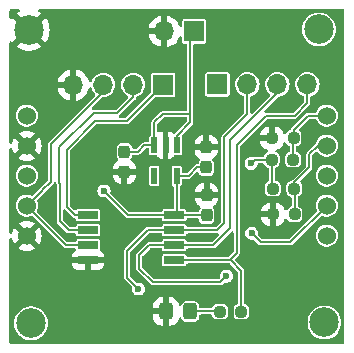
<source format=gbr>
G04 #@! TF.GenerationSoftware,KiCad,Pcbnew,8.0.1*
G04 #@! TF.CreationDate,2025-03-18T21:29:45-06:00*
G04 #@! TF.ProjectId,ColorSensing_Rev3,436f6c6f-7253-4656-9e73-696e675f5265,rev?*
G04 #@! TF.SameCoordinates,Original*
G04 #@! TF.FileFunction,Copper,L1,Top*
G04 #@! TF.FilePolarity,Positive*
%FSLAX46Y46*%
G04 Gerber Fmt 4.6, Leading zero omitted, Abs format (unit mm)*
G04 Created by KiCad (PCBNEW 8.0.1) date 2025-03-18 21:29:45*
%MOMM*%
%LPD*%
G01*
G04 APERTURE LIST*
G04 Aperture macros list*
%AMRoundRect*
0 Rectangle with rounded corners*
0 $1 Rounding radius*
0 $2 $3 $4 $5 $6 $7 $8 $9 X,Y pos of 4 corners*
0 Add a 4 corners polygon primitive as box body*
4,1,4,$2,$3,$4,$5,$6,$7,$8,$9,$2,$3,0*
0 Add four circle primitives for the rounded corners*
1,1,$1+$1,$2,$3*
1,1,$1+$1,$4,$5*
1,1,$1+$1,$6,$7*
1,1,$1+$1,$8,$9*
0 Add four rect primitives between the rounded corners*
20,1,$1+$1,$2,$3,$4,$5,0*
20,1,$1+$1,$4,$5,$6,$7,0*
20,1,$1+$1,$6,$7,$8,$9,0*
20,1,$1+$1,$8,$9,$2,$3,0*%
G04 Aperture macros list end*
G04 #@! TA.AperFunction,SMDPad,CuDef*
%ADD10RoundRect,0.237500X0.250000X0.237500X-0.250000X0.237500X-0.250000X-0.237500X0.250000X-0.237500X0*%
G04 #@! TD*
G04 #@! TA.AperFunction,ComponentPad*
%ADD11C,2.500000*%
G04 #@! TD*
G04 #@! TA.AperFunction,SMDPad,CuDef*
%ADD12RoundRect,0.237500X0.237500X-0.300000X0.237500X0.300000X-0.237500X0.300000X-0.237500X-0.300000X0*%
G04 #@! TD*
G04 #@! TA.AperFunction,ComponentPad*
%ADD13C,1.524000*%
G04 #@! TD*
G04 #@! TA.AperFunction,SMDPad,CuDef*
%ADD14R,0.508000X1.320800*%
G04 #@! TD*
G04 #@! TA.AperFunction,ComponentPad*
%ADD15R,1.700000X1.700000*%
G04 #@! TD*
G04 #@! TA.AperFunction,ComponentPad*
%ADD16O,1.700000X1.700000*%
G04 #@! TD*
G04 #@! TA.AperFunction,SMDPad,CuDef*
%ADD17RoundRect,0.250000X-0.325000X-0.450000X0.325000X-0.450000X0.325000X0.450000X-0.325000X0.450000X0*%
G04 #@! TD*
G04 #@! TA.AperFunction,SMDPad,CuDef*
%ADD18R,1.700000X0.650000*%
G04 #@! TD*
G04 #@! TA.AperFunction,ViaPad*
%ADD19C,0.600000*%
G04 #@! TD*
G04 #@! TA.AperFunction,Conductor*
%ADD20C,0.152400*%
G04 #@! TD*
G04 APERTURE END LIST*
D10*
X136675000Y-80580000D03*
X134850000Y-80580000D03*
D11*
X139320000Y-94360000D03*
D12*
X129350000Y-85300000D03*
X129350000Y-83575000D03*
D10*
X136790000Y-85210000D03*
X134965000Y-85210000D03*
X132290000Y-93450000D03*
X130465000Y-93450000D03*
D13*
X114115850Y-76865000D03*
X114115850Y-79405000D03*
X114115850Y-81945000D03*
X114115850Y-84485000D03*
X114115850Y-87025000D03*
X139515850Y-87025000D03*
X139515850Y-84485000D03*
X139515850Y-81945000D03*
X139515850Y-79405000D03*
X139515850Y-76865000D03*
D14*
X126815850Y-79354200D03*
X125865849Y-79354200D03*
X124915848Y-79354200D03*
X124915848Y-81945000D03*
X126815850Y-81945000D03*
D15*
X125670000Y-74240000D03*
D16*
X123130000Y-74240000D03*
X120590000Y-74240000D03*
X118050000Y-74240000D03*
D12*
X122380000Y-81620000D03*
X122380000Y-79895000D03*
X129310000Y-81235000D03*
X129310000Y-79510000D03*
D10*
X136705000Y-78750000D03*
X134880000Y-78750000D03*
D15*
X130260000Y-74210000D03*
D16*
X132800000Y-74210000D03*
X135340000Y-74210000D03*
X137880000Y-74210000D03*
D11*
X114300000Y-69600000D03*
D17*
X125900000Y-93430000D03*
X127950000Y-93430000D03*
D11*
X114480000Y-94420000D03*
D10*
X136770000Y-83040000D03*
X134945000Y-83040000D03*
D11*
X138850000Y-69550000D03*
D18*
X119310000Y-85280000D03*
X119310000Y-86550000D03*
X119310000Y-87820000D03*
X119310000Y-89090000D03*
X126610000Y-89090000D03*
X126610000Y-87820000D03*
X126610000Y-86550000D03*
X126610000Y-85280000D03*
D15*
X128300000Y-69720000D03*
D16*
X125760000Y-69720000D03*
D19*
X120660000Y-83230000D03*
X133110000Y-80880000D03*
X123570000Y-91520000D03*
X133170000Y-86800000D03*
X131020850Y-90440000D03*
D20*
X129350000Y-85300000D02*
X126630000Y-85300000D01*
X126630000Y-85300000D02*
X126610000Y-85280000D01*
X126610000Y-85280000D02*
X122710000Y-85280000D01*
X134850000Y-80580000D02*
X134850000Y-82945000D01*
X127835000Y-81945000D02*
X126815850Y-81945000D01*
X122710000Y-85280000D02*
X120660000Y-83230000D01*
X134850000Y-82945000D02*
X134945000Y-83040000D01*
X126815850Y-81945000D02*
X126815850Y-85074150D01*
X133410000Y-80580000D02*
X133110000Y-80880000D01*
X129310000Y-81235000D02*
X128545000Y-81235000D01*
X134850000Y-80580000D02*
X133410000Y-80580000D01*
X126815850Y-85074150D02*
X126610000Y-85280000D01*
X128545000Y-81235000D02*
X127835000Y-81945000D01*
X127970000Y-76720000D02*
X127970000Y-70050000D01*
X123535000Y-79895000D02*
X124075800Y-79354200D01*
X125620000Y-76720000D02*
X127970000Y-76720000D01*
X127970000Y-70050000D02*
X128300000Y-69720000D01*
X124075800Y-79354200D02*
X124915848Y-79354200D01*
X124915848Y-77424152D02*
X125620000Y-76720000D01*
X126815850Y-79354200D02*
X126815850Y-78554150D01*
X127970000Y-77400000D02*
X127970000Y-76720000D01*
X126815850Y-78554150D02*
X127970000Y-77400000D01*
X124915848Y-79354200D02*
X124915848Y-77424152D01*
X122380000Y-79895000D02*
X123535000Y-79895000D01*
X136705000Y-78750000D02*
X136705000Y-78095000D01*
X136675000Y-80580000D02*
X136675000Y-78780000D01*
X136675000Y-78780000D02*
X136705000Y-78750000D01*
X137935000Y-76865000D02*
X139515850Y-76865000D01*
X136705000Y-78095000D02*
X137935000Y-76865000D01*
X136790000Y-83060000D02*
X136770000Y-83040000D01*
X136790000Y-85210000D02*
X136790000Y-83060000D01*
X139515850Y-79405000D02*
X138735000Y-79405000D01*
X138020000Y-80120000D02*
X138020000Y-81230000D01*
X138020000Y-81230000D02*
X136770000Y-82480000D01*
X138735000Y-79405000D02*
X138020000Y-80120000D01*
X136770000Y-82480000D02*
X136770000Y-83040000D01*
X132800000Y-76730000D02*
X132800000Y-74210000D01*
X124360000Y-86550000D02*
X126610000Y-86550000D01*
X130250000Y-86550000D02*
X130830000Y-85970000D01*
X126610000Y-86550000D02*
X130250000Y-86550000D01*
X130830000Y-85970000D02*
X130830000Y-78700000D01*
X130830000Y-78700000D02*
X132800000Y-76730000D01*
X123570000Y-91520000D02*
X122630000Y-90580000D01*
X122630000Y-88280000D02*
X124360000Y-86550000D01*
X122630000Y-90580000D02*
X122630000Y-88280000D01*
X116140000Y-82460000D02*
X116140000Y-79280000D01*
X117450850Y-87820000D02*
X114115850Y-84485000D01*
X115410000Y-83190000D02*
X116140000Y-82460000D01*
X114305000Y-84485000D02*
X114115850Y-84485000D01*
X116140000Y-79280000D02*
X120590000Y-74830000D01*
X120590000Y-74830000D02*
X120590000Y-74240000D01*
X119310000Y-87820000D02*
X117450850Y-87820000D01*
X115410000Y-83190850D02*
X115410000Y-83190000D01*
X114115850Y-84485000D02*
X115410000Y-83190850D01*
X127950000Y-93430000D02*
X130445000Y-93430000D01*
X130445000Y-93430000D02*
X130465000Y-93450000D01*
X131880000Y-88500000D02*
X131880000Y-79330000D01*
X126610000Y-89090000D02*
X129170000Y-89090000D01*
X132290000Y-93450000D02*
X132290000Y-90000000D01*
X136800000Y-76850000D02*
X137880000Y-75770000D01*
X129170000Y-89090000D02*
X131290000Y-89090000D01*
X131880000Y-79330000D02*
X134360000Y-76850000D01*
X132290000Y-90000000D02*
X131380000Y-89090000D01*
X131290000Y-89090000D02*
X131880000Y-88500000D01*
X134360000Y-76850000D02*
X136800000Y-76850000D01*
X137880000Y-75770000D02*
X137880000Y-74210000D01*
X131380000Y-89090000D02*
X129170000Y-89090000D01*
X119790000Y-76610000D02*
X121790000Y-76610000D01*
X119310000Y-86550000D02*
X117660000Y-86550000D01*
X116900000Y-82610000D02*
X116880000Y-82590000D01*
X116880000Y-79520000D02*
X119790000Y-76610000D01*
X133170000Y-86800000D02*
X133940000Y-87570000D01*
X116900000Y-85790000D02*
X116900000Y-82610000D01*
X117660000Y-86550000D02*
X116900000Y-85790000D01*
X123130000Y-75270000D02*
X123130000Y-74240000D01*
X116880000Y-82590000D02*
X116880000Y-79520000D01*
X136430850Y-87570000D02*
X139515850Y-84485000D01*
X121790000Y-76610000D02*
X123130000Y-75270000D01*
X133940000Y-87570000D02*
X136430850Y-87570000D01*
X119310000Y-85280000D02*
X118220000Y-85280000D01*
X122610000Y-77300000D02*
X125670000Y-74240000D01*
X119930000Y-77300000D02*
X122610000Y-77300000D01*
X118220000Y-85280000D02*
X117490000Y-84550000D01*
X117490000Y-79740000D02*
X119930000Y-77300000D01*
X117490000Y-84550000D02*
X117490000Y-79740000D01*
X124800000Y-90970000D02*
X123630000Y-89800000D01*
X123630000Y-89800000D02*
X123630000Y-88630000D01*
X135340000Y-74940000D02*
X135340000Y-74210000D01*
X131330000Y-86400000D02*
X131330000Y-78950000D01*
X131020850Y-90440000D02*
X130490850Y-90970000D01*
X129910000Y-87820000D02*
X131330000Y-86400000D01*
X130490850Y-90970000D02*
X124800000Y-90970000D01*
X124440000Y-87820000D02*
X126610000Y-87820000D01*
X123630000Y-88630000D02*
X124440000Y-87820000D01*
X131330000Y-78950000D02*
X135340000Y-74940000D01*
X126610000Y-87820000D02*
X129910000Y-87820000D01*
G04 #@! TA.AperFunction,Conductor*
G36*
X140952539Y-67850185D02*
G01*
X140998294Y-67902989D01*
X141009500Y-67954500D01*
X141009500Y-96035500D01*
X140989815Y-96102539D01*
X140937011Y-96148294D01*
X140885500Y-96159500D01*
X112764500Y-96159500D01*
X112697461Y-96139815D01*
X112651706Y-96087011D01*
X112640500Y-96035500D01*
X112640500Y-94420005D01*
X113046805Y-94420005D01*
X113066351Y-94655892D01*
X113124458Y-94885355D01*
X113219543Y-95102126D01*
X113349003Y-95300281D01*
X113349006Y-95300285D01*
X113349008Y-95300287D01*
X113509323Y-95474436D01*
X113509326Y-95474438D01*
X113509329Y-95474441D01*
X113696108Y-95619817D01*
X113696114Y-95619821D01*
X113696117Y-95619823D01*
X113904292Y-95732482D01*
X114128171Y-95809340D01*
X114361648Y-95848300D01*
X114598352Y-95848300D01*
X114831829Y-95809340D01*
X115055708Y-95732482D01*
X115263883Y-95619823D01*
X115450677Y-95474436D01*
X115610992Y-95300287D01*
X115740457Y-95102125D01*
X115835541Y-94885358D01*
X115893648Y-94655896D01*
X115913195Y-94420000D01*
X115908223Y-94360000D01*
X115900163Y-94262736D01*
X115893648Y-94184104D01*
X115835541Y-93954642D01*
X115740457Y-93737875D01*
X115728925Y-93720224D01*
X115702646Y-93680000D01*
X124825001Y-93680000D01*
X124825001Y-93929986D01*
X124835494Y-94032697D01*
X124890641Y-94199119D01*
X124890643Y-94199124D01*
X124982684Y-94348345D01*
X125106654Y-94472315D01*
X125255875Y-94564356D01*
X125255880Y-94564358D01*
X125422302Y-94619505D01*
X125422309Y-94619506D01*
X125525019Y-94629999D01*
X125649999Y-94629999D01*
X125650000Y-94629998D01*
X125650000Y-93680000D01*
X124825001Y-93680000D01*
X115702646Y-93680000D01*
X115610996Y-93539718D01*
X115610993Y-93539715D01*
X115610992Y-93539713D01*
X115450677Y-93365564D01*
X115450672Y-93365560D01*
X115450670Y-93365558D01*
X115263891Y-93220182D01*
X115263885Y-93220178D01*
X115189643Y-93180000D01*
X124825000Y-93180000D01*
X125650000Y-93180000D01*
X125650000Y-92230000D01*
X126150000Y-92230000D01*
X126150000Y-94629999D01*
X126274972Y-94629999D01*
X126274986Y-94629998D01*
X126377697Y-94619505D01*
X126544119Y-94564358D01*
X126544124Y-94564356D01*
X126693345Y-94472315D01*
X126805655Y-94360005D01*
X137886805Y-94360005D01*
X137906351Y-94595892D01*
X137906351Y-94595895D01*
X137906352Y-94595896D01*
X137964459Y-94825358D01*
X137990778Y-94885358D01*
X138059543Y-95042126D01*
X138189003Y-95240281D01*
X138189006Y-95240285D01*
X138189008Y-95240287D01*
X138349323Y-95414436D01*
X138349326Y-95414438D01*
X138349329Y-95414441D01*
X138536108Y-95559817D01*
X138536114Y-95559821D01*
X138536117Y-95559823D01*
X138744292Y-95672482D01*
X138968171Y-95749340D01*
X139201648Y-95788300D01*
X139438352Y-95788300D01*
X139671829Y-95749340D01*
X139895708Y-95672482D01*
X140103883Y-95559823D01*
X140290677Y-95414436D01*
X140450992Y-95240287D01*
X140580457Y-95042125D01*
X140675541Y-94825358D01*
X140733648Y-94595896D01*
X140753195Y-94360000D01*
X140752229Y-94348345D01*
X140733648Y-94124107D01*
X140733648Y-94124104D01*
X140675541Y-93894642D01*
X140580457Y-93677875D01*
X140580456Y-93677873D01*
X140450996Y-93479718D01*
X140450993Y-93479715D01*
X140450992Y-93479713D01*
X140290677Y-93305564D01*
X140290672Y-93305560D01*
X140290670Y-93305558D01*
X140103891Y-93160182D01*
X140103885Y-93160178D01*
X139895709Y-93047518D01*
X139895700Y-93047515D01*
X139671831Y-92970660D01*
X139438352Y-92931700D01*
X139201648Y-92931700D01*
X138968168Y-92970660D01*
X138744299Y-93047515D01*
X138744290Y-93047518D01*
X138536114Y-93160178D01*
X138536108Y-93160182D01*
X138349329Y-93305558D01*
X138349326Y-93305561D01*
X138189003Y-93479718D01*
X138059543Y-93677873D01*
X137964458Y-93894644D01*
X137906351Y-94124107D01*
X137886805Y-94359994D01*
X137886805Y-94360005D01*
X126805655Y-94360005D01*
X126817315Y-94348345D01*
X126909356Y-94199124D01*
X126909358Y-94199119D01*
X126964505Y-94032697D01*
X126964507Y-94032688D01*
X126966729Y-94010932D01*
X126993123Y-93946240D01*
X127050302Y-93906087D01*
X127120113Y-93903221D01*
X127180391Y-93938553D01*
X127207128Y-93982576D01*
X127242055Y-94082390D01*
X127242056Y-94082392D01*
X127318725Y-94186275D01*
X127422608Y-94262944D01*
X127459712Y-94275927D01*
X127544467Y-94305585D01*
X127544471Y-94305585D01*
X127544475Y-94305587D01*
X127573407Y-94308300D01*
X128326592Y-94308299D01*
X128355525Y-94305587D01*
X128477392Y-94262944D01*
X128581275Y-94186275D01*
X128657944Y-94082392D01*
X128700587Y-93960525D01*
X128702094Y-93944451D01*
X128703300Y-93931597D01*
X128703300Y-93808500D01*
X128722985Y-93741461D01*
X128775789Y-93695706D01*
X128827300Y-93684500D01*
X129687636Y-93684500D01*
X129754675Y-93704185D01*
X129800430Y-93756989D01*
X129810108Y-93789100D01*
X129814621Y-93817591D01*
X129874418Y-93934948D01*
X129874420Y-93934950D01*
X129874422Y-93934953D01*
X129967546Y-94028077D01*
X129967555Y-94028084D01*
X130084906Y-94087878D01*
X130084911Y-94087880D01*
X130182269Y-94103299D01*
X130182275Y-94103300D01*
X130747724Y-94103299D01*
X130845091Y-94087879D01*
X130962448Y-94028082D01*
X131055582Y-93934948D01*
X131115379Y-93817591D01*
X131115379Y-93817590D01*
X131115380Y-93817588D01*
X131127437Y-93741461D01*
X131130800Y-93720225D01*
X131130799Y-93179776D01*
X131115379Y-93082409D01*
X131055582Y-92965052D01*
X131055578Y-92965048D01*
X131055577Y-92965046D01*
X130962453Y-92871922D01*
X130962444Y-92871915D01*
X130845093Y-92812121D01*
X130845088Y-92812119D01*
X130747730Y-92796700D01*
X130182276Y-92796700D01*
X130105904Y-92808796D01*
X130084909Y-92812121D01*
X129967552Y-92871918D01*
X129967551Y-92871919D01*
X129967546Y-92871922D01*
X129874422Y-92965046D01*
X129874415Y-92965055D01*
X129814620Y-93082409D01*
X129812211Y-93089823D01*
X129772772Y-93147497D01*
X129708412Y-93174692D01*
X129694282Y-93175500D01*
X128827299Y-93175500D01*
X128760260Y-93155815D01*
X128714505Y-93103011D01*
X128703299Y-93051500D01*
X128703299Y-92928409D01*
X128700587Y-92899479D01*
X128700587Y-92899475D01*
X128657944Y-92777608D01*
X128581275Y-92673725D01*
X128477392Y-92597056D01*
X128477390Y-92597055D01*
X128355532Y-92554414D01*
X128355520Y-92554412D01*
X128326597Y-92551700D01*
X127573409Y-92551700D01*
X127544479Y-92554412D01*
X127544476Y-92554412D01*
X127544475Y-92554413D01*
X127422608Y-92597056D01*
X127422607Y-92597056D01*
X127422606Y-92597057D01*
X127318725Y-92673725D01*
X127242056Y-92777608D01*
X127207128Y-92877424D01*
X127166406Y-92934199D01*
X127101453Y-92959946D01*
X127032892Y-92946489D01*
X126982489Y-92898102D01*
X126966729Y-92849067D01*
X126964506Y-92827303D01*
X126909358Y-92660880D01*
X126909356Y-92660875D01*
X126817315Y-92511654D01*
X126693345Y-92387684D01*
X126544124Y-92295643D01*
X126544119Y-92295641D01*
X126377697Y-92240494D01*
X126377690Y-92240493D01*
X126274986Y-92230000D01*
X126150000Y-92230000D01*
X125650000Y-92230000D01*
X125525027Y-92230000D01*
X125525012Y-92230001D01*
X125422302Y-92240494D01*
X125255880Y-92295641D01*
X125255875Y-92295643D01*
X125106654Y-92387684D01*
X124982684Y-92511654D01*
X124890643Y-92660875D01*
X124890641Y-92660880D01*
X124835494Y-92827302D01*
X124835493Y-92827309D01*
X124825000Y-92930013D01*
X124825000Y-93180000D01*
X115189643Y-93180000D01*
X115055709Y-93107518D01*
X115055700Y-93107515D01*
X114831831Y-93030660D01*
X114598352Y-92991700D01*
X114361648Y-92991700D01*
X114128168Y-93030660D01*
X113904299Y-93107515D01*
X113904290Y-93107518D01*
X113696114Y-93220178D01*
X113696108Y-93220182D01*
X113509329Y-93365558D01*
X113509326Y-93365561D01*
X113349003Y-93539718D01*
X113219543Y-93737873D01*
X113124458Y-93954644D01*
X113066351Y-94184107D01*
X113046805Y-94419994D01*
X113046805Y-94420005D01*
X112640500Y-94420005D01*
X112640500Y-90630621D01*
X122375500Y-90630621D01*
X122375501Y-90630626D01*
X122414242Y-90724160D01*
X122994234Y-91304152D01*
X123027719Y-91365475D01*
X123029492Y-91408018D01*
X123014750Y-91519997D01*
X123014750Y-91520000D01*
X123033670Y-91663708D01*
X123033671Y-91663712D01*
X123089137Y-91797622D01*
X123089138Y-91797624D01*
X123089139Y-91797625D01*
X123177379Y-91912621D01*
X123292375Y-92000861D01*
X123426291Y-92056330D01*
X123553280Y-92073048D01*
X123569999Y-92075250D01*
X123570000Y-92075250D01*
X123570001Y-92075250D01*
X123584977Y-92073278D01*
X123713709Y-92056330D01*
X123847625Y-92000861D01*
X123962621Y-91912621D01*
X124050861Y-91797625D01*
X124106330Y-91663709D01*
X124125250Y-91520000D01*
X124106330Y-91376291D01*
X124050861Y-91242375D01*
X123962621Y-91127379D01*
X123847625Y-91039139D01*
X123847624Y-91039138D01*
X123847622Y-91039137D01*
X123713712Y-90983671D01*
X123713710Y-90983670D01*
X123713709Y-90983670D01*
X123641854Y-90974210D01*
X123570001Y-90964750D01*
X123569998Y-90964750D01*
X123458018Y-90979492D01*
X123388983Y-90968726D01*
X123354152Y-90944234D01*
X122920819Y-90510901D01*
X122887334Y-90449578D01*
X122884500Y-90423220D01*
X122884500Y-88436779D01*
X122904185Y-88369740D01*
X122920819Y-88349098D01*
X124429098Y-86840819D01*
X124490421Y-86807334D01*
X124516779Y-86804500D01*
X125462421Y-86804500D01*
X125529460Y-86824185D01*
X125575215Y-86876989D01*
X125584037Y-86904306D01*
X125592045Y-86944569D01*
X125631453Y-87003547D01*
X125690431Y-87042955D01*
X125690432Y-87042955D01*
X125690433Y-87042956D01*
X125721578Y-87049150D01*
X125742439Y-87053300D01*
X127477560Y-87053299D01*
X127529569Y-87042955D01*
X127588547Y-87003547D01*
X127627955Y-86944569D01*
X127631896Y-86924753D01*
X127635964Y-86904308D01*
X127668349Y-86842397D01*
X127729065Y-86807823D01*
X127757581Y-86804500D01*
X130266220Y-86804500D01*
X130333259Y-86824185D01*
X130379014Y-86876989D01*
X130388958Y-86946147D01*
X130359933Y-87009703D01*
X130353901Y-87016181D01*
X129840901Y-87529181D01*
X129779578Y-87562666D01*
X129753220Y-87565500D01*
X127757579Y-87565500D01*
X127690540Y-87545815D01*
X127644785Y-87493011D01*
X127635962Y-87465692D01*
X127627955Y-87425431D01*
X127588547Y-87366453D01*
X127529569Y-87327045D01*
X127529568Y-87327044D01*
X127529567Y-87327044D01*
X127529566Y-87327043D01*
X127477563Y-87316700D01*
X125742441Y-87316700D01*
X125690430Y-87327045D01*
X125654173Y-87351272D01*
X125631455Y-87366452D01*
X125631452Y-87366454D01*
X125592044Y-87425432D01*
X125592044Y-87425433D01*
X125584036Y-87465692D01*
X125551651Y-87527603D01*
X125490935Y-87562177D01*
X125462419Y-87565500D01*
X124490623Y-87565500D01*
X124389377Y-87565500D01*
X124389375Y-87565500D01*
X124389373Y-87565501D01*
X124295839Y-87604242D01*
X123414242Y-88485839D01*
X123375501Y-88579373D01*
X123375500Y-88579378D01*
X123375500Y-89850621D01*
X123375501Y-89850626D01*
X123414242Y-89944160D01*
X123414245Y-89944163D01*
X124655837Y-91185755D01*
X124749377Y-91224501D01*
X124749378Y-91224501D01*
X124865057Y-91224501D01*
X124865065Y-91224500D01*
X130541471Y-91224500D01*
X130541473Y-91224500D01*
X130588243Y-91205127D01*
X130635010Y-91185757D01*
X130635011Y-91185755D01*
X130635013Y-91185755D01*
X130805002Y-91015764D01*
X130866325Y-90982280D01*
X130908868Y-90980507D01*
X130968128Y-90988309D01*
X131020849Y-90995250D01*
X131020850Y-90995250D01*
X131020851Y-90995250D01*
X131036056Y-90993248D01*
X131164559Y-90976330D01*
X131298475Y-90920861D01*
X131413471Y-90832621D01*
X131501711Y-90717625D01*
X131557180Y-90583709D01*
X131576100Y-90440000D01*
X131557180Y-90296291D01*
X131501711Y-90162375D01*
X131413471Y-90047379D01*
X131298475Y-89959139D01*
X131298474Y-89959138D01*
X131298472Y-89959137D01*
X131164562Y-89903671D01*
X131164560Y-89903670D01*
X131164559Y-89903670D01*
X131092704Y-89894210D01*
X131020851Y-89884750D01*
X131020849Y-89884750D01*
X130877141Y-89903670D01*
X130877137Y-89903671D01*
X130743227Y-89959137D01*
X130628229Y-90047379D01*
X130539987Y-90162377D01*
X130484521Y-90296287D01*
X130484520Y-90296291D01*
X130465600Y-90439999D01*
X130465600Y-90440002D01*
X130480342Y-90551979D01*
X130469576Y-90621014D01*
X130445088Y-90655841D01*
X130421754Y-90679177D01*
X130360432Y-90712665D01*
X130334069Y-90715500D01*
X124956780Y-90715500D01*
X124889741Y-90695815D01*
X124869099Y-90679181D01*
X123920819Y-89730901D01*
X123887334Y-89669578D01*
X123884500Y-89643220D01*
X123884500Y-88786780D01*
X123904185Y-88719741D01*
X123920819Y-88699099D01*
X124509099Y-88110819D01*
X124570422Y-88077334D01*
X124596780Y-88074500D01*
X125462421Y-88074500D01*
X125529460Y-88094185D01*
X125575215Y-88146989D01*
X125584037Y-88174306D01*
X125592045Y-88214569D01*
X125631453Y-88273547D01*
X125690431Y-88312955D01*
X125690432Y-88312955D01*
X125690433Y-88312956D01*
X125717322Y-88318304D01*
X125742439Y-88323300D01*
X127477560Y-88323299D01*
X127529569Y-88312955D01*
X127588547Y-88273547D01*
X127627955Y-88214569D01*
X127633779Y-88185289D01*
X127635964Y-88174308D01*
X127668349Y-88112397D01*
X127729065Y-88077823D01*
X127757581Y-88074500D01*
X129960621Y-88074500D01*
X129960623Y-88074500D01*
X130007393Y-88055127D01*
X130054160Y-88035757D01*
X130054161Y-88035755D01*
X130054163Y-88035755D01*
X131413819Y-86676096D01*
X131475142Y-86642612D01*
X131544833Y-86647596D01*
X131600767Y-86689467D01*
X131625184Y-86754932D01*
X131625500Y-86763778D01*
X131625500Y-88343220D01*
X131605815Y-88410259D01*
X131589181Y-88430901D01*
X131220901Y-88799181D01*
X131159578Y-88832666D01*
X131133220Y-88835500D01*
X127757579Y-88835500D01*
X127690540Y-88815815D01*
X127644785Y-88763011D01*
X127635962Y-88735693D01*
X127627955Y-88695431D01*
X127588547Y-88636453D01*
X127529569Y-88597045D01*
X127529568Y-88597044D01*
X127529567Y-88597044D01*
X127529566Y-88597043D01*
X127477563Y-88586700D01*
X125742441Y-88586700D01*
X125690430Y-88597045D01*
X125651022Y-88623377D01*
X125631455Y-88636452D01*
X125631452Y-88636454D01*
X125592044Y-88695432D01*
X125592043Y-88695433D01*
X125581700Y-88747434D01*
X125581700Y-89432558D01*
X125587721Y-89462827D01*
X125592045Y-89484569D01*
X125631453Y-89543547D01*
X125690431Y-89582955D01*
X125690432Y-89582955D01*
X125690433Y-89582956D01*
X125721578Y-89589150D01*
X125742439Y-89593300D01*
X127477560Y-89593299D01*
X127529569Y-89582955D01*
X127588547Y-89543547D01*
X127627955Y-89484569D01*
X127632280Y-89462827D01*
X127635964Y-89444308D01*
X127668349Y-89382397D01*
X127729065Y-89347823D01*
X127757581Y-89344500D01*
X129119377Y-89344500D01*
X131223220Y-89344500D01*
X131290259Y-89364185D01*
X131310901Y-89380819D01*
X131999181Y-90069098D01*
X132032666Y-90130421D01*
X132035500Y-90156779D01*
X132035500Y-92686323D01*
X132015815Y-92753362D01*
X131963011Y-92799117D01*
X131930898Y-92808796D01*
X131909913Y-92812119D01*
X131909912Y-92812119D01*
X131880113Y-92827303D01*
X131792552Y-92871918D01*
X131792551Y-92871919D01*
X131792546Y-92871922D01*
X131699422Y-92965046D01*
X131699415Y-92965055D01*
X131639621Y-93082406D01*
X131639619Y-93082411D01*
X131624200Y-93179769D01*
X131624200Y-93720223D01*
X131635404Y-93790965D01*
X131639621Y-93817591D01*
X131699418Y-93934948D01*
X131699420Y-93934950D01*
X131699422Y-93934953D01*
X131792546Y-94028077D01*
X131792555Y-94028084D01*
X131909906Y-94087878D01*
X131909911Y-94087880D01*
X132007269Y-94103299D01*
X132007275Y-94103300D01*
X132572724Y-94103299D01*
X132670091Y-94087879D01*
X132787448Y-94028082D01*
X132880582Y-93934948D01*
X132940379Y-93817591D01*
X132940379Y-93817590D01*
X132940380Y-93817588D01*
X132952437Y-93741461D01*
X132955800Y-93720225D01*
X132955799Y-93179776D01*
X132940379Y-93082409D01*
X132880582Y-92965052D01*
X132880578Y-92965048D01*
X132880577Y-92965046D01*
X132787453Y-92871922D01*
X132787444Y-92871915D01*
X132670093Y-92812121D01*
X132670088Y-92812119D01*
X132649102Y-92808796D01*
X132585967Y-92778867D01*
X132549036Y-92719555D01*
X132544500Y-92686323D01*
X132544500Y-89949378D01*
X132544498Y-89949373D01*
X132505757Y-89855839D01*
X132427098Y-89777180D01*
X132427091Y-89777174D01*
X131782598Y-89132681D01*
X131749113Y-89071358D01*
X131754097Y-89001666D01*
X131782598Y-88957319D01*
X132095755Y-88644163D01*
X132095755Y-88644161D01*
X132095757Y-88644160D01*
X132119556Y-88586701D01*
X132134500Y-88550623D01*
X132134500Y-88449377D01*
X132134500Y-86800000D01*
X132614750Y-86800000D01*
X132633670Y-86943708D01*
X132633671Y-86943712D01*
X132689137Y-87077622D01*
X132689138Y-87077624D01*
X132689139Y-87077625D01*
X132777379Y-87192621D01*
X132892375Y-87280861D01*
X133026291Y-87336330D01*
X133139785Y-87351272D01*
X133169999Y-87355250D01*
X133170000Y-87355250D01*
X133170001Y-87355250D01*
X133205845Y-87350530D01*
X133281980Y-87340507D01*
X133351015Y-87351272D01*
X133385847Y-87375765D01*
X133717174Y-87707091D01*
X133717177Y-87707095D01*
X133724245Y-87714163D01*
X133795837Y-87785755D01*
X133845919Y-87806499D01*
X133845920Y-87806500D01*
X133889373Y-87824499D01*
X133889374Y-87824499D01*
X133889376Y-87824500D01*
X133889377Y-87824500D01*
X136481471Y-87824500D01*
X136481473Y-87824500D01*
X136528243Y-87805127D01*
X136575010Y-87785757D01*
X136575011Y-87785755D01*
X136575013Y-87785755D01*
X137335767Y-87025000D01*
X138570371Y-87025000D01*
X138591032Y-87221578D01*
X138591033Y-87221580D01*
X138652112Y-87409562D01*
X138750939Y-87580737D01*
X138750941Y-87580739D01*
X138883201Y-87727628D01*
X139043110Y-87843809D01*
X139223681Y-87924204D01*
X139417021Y-87965300D01*
X139614679Y-87965300D01*
X139808019Y-87924204D01*
X139988590Y-87843809D01*
X140148499Y-87727628D01*
X140280759Y-87580739D01*
X140379588Y-87409561D01*
X140440668Y-87221576D01*
X140461329Y-87025000D01*
X140440668Y-86828424D01*
X140379588Y-86640439D01*
X140365337Y-86615755D01*
X140280760Y-86469262D01*
X140148500Y-86322373D01*
X140148498Y-86322371D01*
X139988590Y-86206191D01*
X139808019Y-86125796D01*
X139808017Y-86125795D01*
X139614679Y-86084700D01*
X139417021Y-86084700D01*
X139223681Y-86125795D01*
X139223676Y-86125797D01*
X139043111Y-86206191D01*
X139043106Y-86206193D01*
X138883201Y-86322371D01*
X138750939Y-86469262D01*
X138652112Y-86640437D01*
X138591033Y-86828419D01*
X138591032Y-86828421D01*
X138570371Y-87025000D01*
X137335767Y-87025000D01*
X138992432Y-85368334D01*
X139053753Y-85334851D01*
X139123445Y-85339835D01*
X139130547Y-85342738D01*
X139223676Y-85384202D01*
X139223681Y-85384204D01*
X139417021Y-85425300D01*
X139614679Y-85425300D01*
X139808019Y-85384204D01*
X139988590Y-85303809D01*
X140148499Y-85187628D01*
X140280759Y-85040739D01*
X140379588Y-84869561D01*
X140440668Y-84681576D01*
X140461329Y-84485000D01*
X140440668Y-84288424D01*
X140379588Y-84100439D01*
X140336917Y-84026530D01*
X140280760Y-83929262D01*
X140148500Y-83782373D01*
X140148498Y-83782371D01*
X139988590Y-83666191D01*
X139808019Y-83585796D01*
X139808017Y-83585795D01*
X139614679Y-83544700D01*
X139417021Y-83544700D01*
X139223681Y-83585795D01*
X139223676Y-83585797D01*
X139043111Y-83666191D01*
X139043106Y-83666193D01*
X138883201Y-83782371D01*
X138750939Y-83929262D01*
X138652112Y-84100437D01*
X138591033Y-84288419D01*
X138591032Y-84288421D01*
X138570371Y-84485000D01*
X138591032Y-84681578D01*
X138591033Y-84681580D01*
X138652112Y-84869563D01*
X138654191Y-84874232D01*
X138663471Y-84943483D01*
X138633838Y-85006758D01*
X138628589Y-85012341D01*
X136361751Y-87279181D01*
X136300428Y-87312666D01*
X136274070Y-87315500D01*
X134096779Y-87315500D01*
X134029740Y-87295815D01*
X134009098Y-87279181D01*
X133745765Y-87015847D01*
X133712280Y-86954524D01*
X133710507Y-86911980D01*
X133725250Y-86800000D01*
X133725250Y-86799999D01*
X133720481Y-86763778D01*
X133706330Y-86656291D01*
X133650861Y-86522375D01*
X133562621Y-86407379D01*
X133447625Y-86319139D01*
X133447624Y-86319138D01*
X133447622Y-86319137D01*
X133313712Y-86263671D01*
X133313710Y-86263670D01*
X133313709Y-86263670D01*
X133241854Y-86254210D01*
X133170001Y-86244750D01*
X133169999Y-86244750D01*
X133026291Y-86263670D01*
X133026287Y-86263671D01*
X132892377Y-86319137D01*
X132777379Y-86407379D01*
X132689137Y-86522377D01*
X132633671Y-86656287D01*
X132633670Y-86656291D01*
X132614750Y-86799999D01*
X132614750Y-86800000D01*
X132134500Y-86800000D01*
X132134500Y-85460000D01*
X133977501Y-85460000D01*
X133977501Y-85496654D01*
X133987819Y-85597652D01*
X134042046Y-85761300D01*
X134042051Y-85761311D01*
X134132552Y-85908034D01*
X134132555Y-85908038D01*
X134254461Y-86029944D01*
X134254465Y-86029947D01*
X134401188Y-86120448D01*
X134401199Y-86120453D01*
X134564847Y-86174680D01*
X134665851Y-86184999D01*
X135215000Y-86184999D01*
X135264140Y-86184999D01*
X135264154Y-86184998D01*
X135365152Y-86174680D01*
X135528800Y-86120453D01*
X135528811Y-86120448D01*
X135675534Y-86029947D01*
X135675538Y-86029944D01*
X135797444Y-85908038D01*
X135797447Y-85908034D01*
X135887948Y-85761311D01*
X135887954Y-85761298D01*
X135930619Y-85632542D01*
X135970391Y-85575097D01*
X136034907Y-85548273D01*
X136103682Y-85560588D01*
X136154883Y-85608130D01*
X136158802Y-85615236D01*
X136199418Y-85694948D01*
X136199420Y-85694950D01*
X136199422Y-85694953D01*
X136292546Y-85788077D01*
X136292555Y-85788084D01*
X136409906Y-85847878D01*
X136409911Y-85847880D01*
X136507269Y-85863299D01*
X136507275Y-85863300D01*
X137072724Y-85863299D01*
X137170091Y-85847879D01*
X137287448Y-85788082D01*
X137380582Y-85694948D01*
X137440379Y-85577591D01*
X137440379Y-85577590D01*
X137440380Y-85577588D01*
X137455799Y-85480230D01*
X137455800Y-85480225D01*
X137455799Y-84939776D01*
X137440379Y-84842409D01*
X137380582Y-84725052D01*
X137380578Y-84725048D01*
X137380577Y-84725046D01*
X137287453Y-84631922D01*
X137287444Y-84631915D01*
X137170093Y-84572121D01*
X137170088Y-84572119D01*
X137149102Y-84568796D01*
X137085967Y-84538867D01*
X137049036Y-84479555D01*
X137044500Y-84446323D01*
X137044500Y-83800509D01*
X137064185Y-83733470D01*
X137116989Y-83687715D01*
X137149101Y-83678035D01*
X137150091Y-83677879D01*
X137267448Y-83618082D01*
X137360582Y-83524948D01*
X137420379Y-83407591D01*
X137420379Y-83407590D01*
X137420380Y-83407588D01*
X137435799Y-83310230D01*
X137435800Y-83310225D01*
X137435799Y-82769776D01*
X137420379Y-82672409D01*
X137360582Y-82555052D01*
X137360578Y-82555048D01*
X137360577Y-82555046D01*
X137295405Y-82489874D01*
X137261920Y-82428551D01*
X137266904Y-82358859D01*
X137295405Y-82314512D01*
X137664917Y-81945000D01*
X138570371Y-81945000D01*
X138591032Y-82141578D01*
X138591033Y-82141580D01*
X138652112Y-82329562D01*
X138750939Y-82500737D01*
X138882798Y-82647180D01*
X138883201Y-82647628D01*
X139043110Y-82763809D01*
X139223681Y-82844204D01*
X139417021Y-82885300D01*
X139614679Y-82885300D01*
X139808019Y-82844204D01*
X139988590Y-82763809D01*
X140148499Y-82647628D01*
X140280759Y-82500739D01*
X140379588Y-82329561D01*
X140440668Y-82141576D01*
X140461329Y-81945000D01*
X140440668Y-81748424D01*
X140379588Y-81560439D01*
X140307311Y-81435250D01*
X140280760Y-81389262D01*
X140148500Y-81242373D01*
X140148498Y-81242371D01*
X139988590Y-81126191D01*
X139808019Y-81045796D01*
X139808017Y-81045795D01*
X139614679Y-81004700D01*
X139417021Y-81004700D01*
X139223681Y-81045795D01*
X139223676Y-81045797D01*
X139043111Y-81126191D01*
X139043106Y-81126193D01*
X138883201Y-81242371D01*
X138750939Y-81389262D01*
X138652112Y-81560437D01*
X138591033Y-81748419D01*
X138591032Y-81748421D01*
X138570371Y-81945000D01*
X137664917Y-81945000D01*
X137674539Y-81935378D01*
X138235755Y-81374163D01*
X138235755Y-81374161D01*
X138235757Y-81374160D01*
X138255127Y-81327393D01*
X138274500Y-81280623D01*
X138274500Y-81179377D01*
X138274500Y-80276779D01*
X138294185Y-80209740D01*
X138310815Y-80189102D01*
X138559169Y-79940747D01*
X138620490Y-79907264D01*
X138690181Y-79912248D01*
X138746115Y-79954119D01*
X138747161Y-79955537D01*
X138750938Y-79960734D01*
X138750941Y-79960739D01*
X138820883Y-80038417D01*
X138871876Y-80095051D01*
X138883201Y-80107628D01*
X139043110Y-80223809D01*
X139223681Y-80304204D01*
X139417021Y-80345300D01*
X139614679Y-80345300D01*
X139808019Y-80304204D01*
X139988590Y-80223809D01*
X140148499Y-80107628D01*
X140280759Y-79960739D01*
X140379588Y-79789561D01*
X140440668Y-79601576D01*
X140461329Y-79405000D01*
X140440668Y-79208424D01*
X140379588Y-79020439D01*
X140379467Y-79020230D01*
X140280760Y-78849262D01*
X140148500Y-78702373D01*
X140148498Y-78702371D01*
X139988590Y-78586191D01*
X139808019Y-78505796D01*
X139808017Y-78505795D01*
X139614679Y-78464700D01*
X139417021Y-78464700D01*
X139223681Y-78505795D01*
X139223676Y-78505797D01*
X139043111Y-78586191D01*
X139043106Y-78586193D01*
X138883201Y-78702371D01*
X138750939Y-78849262D01*
X138652112Y-79020436D01*
X138609555Y-79151414D01*
X138579305Y-79200776D01*
X137875837Y-79904245D01*
X137804244Y-79975837D01*
X137804242Y-79975839D01*
X137765501Y-80069373D01*
X137765500Y-80069378D01*
X137765500Y-81073220D01*
X137745815Y-81140259D01*
X137729181Y-81160901D01*
X136625837Y-82264245D01*
X136579535Y-82310547D01*
X136545609Y-82344473D01*
X136544817Y-82343681D01*
X136500674Y-82380569D01*
X136470590Y-82389342D01*
X136389913Y-82402119D01*
X136389912Y-82402119D01*
X136338038Y-82428551D01*
X136272552Y-82461918D01*
X136272551Y-82461919D01*
X136272546Y-82461922D01*
X136179422Y-82555046D01*
X136179415Y-82555055D01*
X136119621Y-82672406D01*
X136119619Y-82672411D01*
X136104200Y-82769769D01*
X136104200Y-83310223D01*
X136109230Y-83341980D01*
X136119621Y-83407591D01*
X136179418Y-83524948D01*
X136179420Y-83524950D01*
X136179422Y-83524953D01*
X136272546Y-83618077D01*
X136272555Y-83618084D01*
X136389906Y-83677878D01*
X136389907Y-83677878D01*
X136389909Y-83677879D01*
X136430897Y-83684370D01*
X136494031Y-83714299D01*
X136530963Y-83773610D01*
X136535500Y-83806844D01*
X136535500Y-84446323D01*
X136515815Y-84513362D01*
X136463011Y-84559117D01*
X136430898Y-84568796D01*
X136409913Y-84572119D01*
X136409912Y-84572119D01*
X136383828Y-84585410D01*
X136292552Y-84631918D01*
X136292551Y-84631919D01*
X136292546Y-84631922D01*
X136199422Y-84725046D01*
X136199417Y-84725053D01*
X136158809Y-84804749D01*
X136110834Y-84855545D01*
X136043013Y-84872339D01*
X135976878Y-84849801D01*
X135933427Y-84795085D01*
X135930619Y-84787457D01*
X135887953Y-84658699D01*
X135887948Y-84658688D01*
X135797447Y-84511965D01*
X135797444Y-84511961D01*
X135675538Y-84390055D01*
X135675534Y-84390052D01*
X135528811Y-84299551D01*
X135528800Y-84299546D01*
X135365152Y-84245319D01*
X135264154Y-84235000D01*
X135215000Y-84235000D01*
X135215000Y-86184999D01*
X134665851Y-86184999D01*
X134714999Y-86184998D01*
X134715000Y-86184998D01*
X134715000Y-85460000D01*
X133977501Y-85460000D01*
X132134500Y-85460000D01*
X132134500Y-84960000D01*
X133977500Y-84960000D01*
X134715000Y-84960000D01*
X134715000Y-84235000D01*
X134714999Y-84234999D01*
X134665861Y-84235000D01*
X134665843Y-84235001D01*
X134564847Y-84245319D01*
X134401199Y-84299546D01*
X134401188Y-84299551D01*
X134254465Y-84390052D01*
X134254461Y-84390055D01*
X134132555Y-84511961D01*
X134132552Y-84511965D01*
X134042051Y-84658688D01*
X134042046Y-84658699D01*
X133987819Y-84822347D01*
X133977500Y-84923345D01*
X133977500Y-84960000D01*
X132134500Y-84960000D01*
X132134500Y-80880000D01*
X132554750Y-80880000D01*
X132573082Y-81019246D01*
X132573670Y-81023708D01*
X132573671Y-81023712D01*
X132629137Y-81157622D01*
X132629138Y-81157624D01*
X132629139Y-81157625D01*
X132717379Y-81272621D01*
X132832375Y-81360861D01*
X132966291Y-81416330D01*
X133093280Y-81433048D01*
X133109999Y-81435250D01*
X133110000Y-81435250D01*
X133110001Y-81435250D01*
X133124977Y-81433278D01*
X133253709Y-81416330D01*
X133387625Y-81360861D01*
X133502621Y-81272621D01*
X133590861Y-81157625D01*
X133646330Y-81023709D01*
X133657046Y-80942313D01*
X133685313Y-80878418D01*
X133743637Y-80839947D01*
X133779985Y-80834500D01*
X134075803Y-80834500D01*
X134142842Y-80854185D01*
X134188597Y-80906989D01*
X134198276Y-80939102D01*
X134199619Y-80947587D01*
X134199620Y-80947590D01*
X134199621Y-80947591D01*
X134259418Y-81064948D01*
X134259420Y-81064950D01*
X134259422Y-81064953D01*
X134352546Y-81158077D01*
X134352555Y-81158084D01*
X134464323Y-81215033D01*
X134469909Y-81217879D01*
X134490896Y-81221202D01*
X134554030Y-81251130D01*
X134590963Y-81310440D01*
X134595500Y-81343676D01*
X134595500Y-82310547D01*
X134575815Y-82377586D01*
X134527796Y-82421031D01*
X134447553Y-82461917D01*
X134447546Y-82461922D01*
X134354422Y-82555046D01*
X134354415Y-82555055D01*
X134294621Y-82672406D01*
X134294619Y-82672411D01*
X134279200Y-82769769D01*
X134279200Y-83310223D01*
X134284230Y-83341980D01*
X134294621Y-83407591D01*
X134354418Y-83524948D01*
X134354420Y-83524950D01*
X134354422Y-83524953D01*
X134447546Y-83618077D01*
X134447555Y-83618084D01*
X134564906Y-83677878D01*
X134564911Y-83677880D01*
X134662269Y-83693299D01*
X134662275Y-83693300D01*
X135227724Y-83693299D01*
X135325091Y-83677879D01*
X135442448Y-83618082D01*
X135535582Y-83524948D01*
X135595379Y-83407591D01*
X135595379Y-83407590D01*
X135595380Y-83407588D01*
X135610799Y-83310230D01*
X135610800Y-83310225D01*
X135610799Y-82769776D01*
X135595379Y-82672409D01*
X135535582Y-82555052D01*
X135535578Y-82555048D01*
X135535577Y-82555046D01*
X135442453Y-82461922D01*
X135442444Y-82461915D01*
X135325093Y-82402121D01*
X135325088Y-82402119D01*
X135227728Y-82386699D01*
X135222875Y-82386318D01*
X135222972Y-82385076D01*
X135161461Y-82367015D01*
X135115706Y-82314211D01*
X135104500Y-82262700D01*
X135104500Y-81343676D01*
X135124185Y-81276637D01*
X135176989Y-81230882D01*
X135209101Y-81221203D01*
X135230091Y-81217879D01*
X135347448Y-81158082D01*
X135440582Y-81064948D01*
X135500379Y-80947591D01*
X135500379Y-80947590D01*
X135500380Y-80947588D01*
X135511734Y-80875897D01*
X135515800Y-80850225D01*
X135515799Y-80309776D01*
X135500379Y-80212409D01*
X135440582Y-80095052D01*
X135440578Y-80095048D01*
X135440577Y-80095046D01*
X135347453Y-80001922D01*
X135347449Y-80001919D01*
X135347448Y-80001918D01*
X135266627Y-79960737D01*
X135241620Y-79947995D01*
X135190825Y-79900021D01*
X135174030Y-79832200D01*
X135196568Y-79766065D01*
X135251283Y-79722614D01*
X135273734Y-79717036D01*
X135273534Y-79716098D01*
X135280148Y-79714682D01*
X135443800Y-79660453D01*
X135443811Y-79660448D01*
X135590534Y-79569947D01*
X135590538Y-79569944D01*
X135712444Y-79448038D01*
X135712447Y-79448034D01*
X135802948Y-79301311D01*
X135802954Y-79301298D01*
X135845619Y-79172542D01*
X135885391Y-79115097D01*
X135949907Y-79088273D01*
X136018682Y-79100588D01*
X136069883Y-79148130D01*
X136073802Y-79155236D01*
X136114418Y-79234948D01*
X136114420Y-79234950D01*
X136114422Y-79234953D01*
X136207546Y-79328077D01*
X136207555Y-79328084D01*
X136324903Y-79387877D01*
X136334192Y-79390895D01*
X136332998Y-79394566D01*
X136378988Y-79416342D01*
X136415948Y-79475636D01*
X136420500Y-79508925D01*
X136420500Y-79816323D01*
X136400815Y-79883362D01*
X136348011Y-79929117D01*
X136315898Y-79938796D01*
X136294913Y-79942119D01*
X136294912Y-79942119D01*
X136258373Y-79960737D01*
X136177552Y-80001918D01*
X136177551Y-80001919D01*
X136177546Y-80001922D01*
X136084422Y-80095046D01*
X136084415Y-80095055D01*
X136024621Y-80212406D01*
X136024619Y-80212411D01*
X136009200Y-80309769D01*
X136009200Y-80850223D01*
X136017444Y-80902275D01*
X136024621Y-80947591D01*
X136084418Y-81064948D01*
X136084420Y-81064950D01*
X136084422Y-81064953D01*
X136177546Y-81158077D01*
X136177555Y-81158084D01*
X136294906Y-81217878D01*
X136294911Y-81217880D01*
X136392269Y-81233299D01*
X136392275Y-81233300D01*
X136957724Y-81233299D01*
X137055091Y-81217879D01*
X137172448Y-81158082D01*
X137265582Y-81064948D01*
X137325379Y-80947591D01*
X137325379Y-80947590D01*
X137325380Y-80947588D01*
X137336734Y-80875897D01*
X137340800Y-80850225D01*
X137340799Y-80309776D01*
X137325379Y-80212409D01*
X137265582Y-80095052D01*
X137265578Y-80095048D01*
X137265577Y-80095046D01*
X137172453Y-80001922D01*
X137172444Y-80001915D01*
X137055093Y-79942121D01*
X137055088Y-79942119D01*
X137034102Y-79938796D01*
X136970967Y-79908867D01*
X136934036Y-79849555D01*
X136929500Y-79816323D01*
X136929500Y-79518427D01*
X136949185Y-79451388D01*
X137001989Y-79405633D01*
X137034100Y-79395954D01*
X137085091Y-79387879D01*
X137202448Y-79328082D01*
X137295582Y-79234948D01*
X137355379Y-79117591D01*
X137355379Y-79117590D01*
X137355380Y-79117588D01*
X137370766Y-79020437D01*
X137370800Y-79020225D01*
X137370799Y-78479776D01*
X137355379Y-78382409D01*
X137295582Y-78265052D01*
X137295578Y-78265048D01*
X137295577Y-78265046D01*
X137202451Y-78171920D01*
X137195697Y-78167013D01*
X137153032Y-78111683D01*
X137147053Y-78042069D01*
X137179659Y-77980275D01*
X137180823Y-77979093D01*
X138004099Y-77155819D01*
X138065422Y-77122334D01*
X138091780Y-77119500D01*
X138519762Y-77119500D01*
X138586801Y-77139185D01*
X138632556Y-77191989D01*
X138637693Y-77205183D01*
X138652111Y-77249560D01*
X138652113Y-77249564D01*
X138750939Y-77420737D01*
X138871379Y-77554498D01*
X138883201Y-77567628D01*
X139043110Y-77683809D01*
X139223681Y-77764204D01*
X139417021Y-77805300D01*
X139614679Y-77805300D01*
X139808019Y-77764204D01*
X139988590Y-77683809D01*
X140148499Y-77567628D01*
X140280759Y-77420739D01*
X140379588Y-77249561D01*
X140440668Y-77061576D01*
X140461329Y-76865000D01*
X140440668Y-76668424D01*
X140379588Y-76480439D01*
X140329824Y-76394245D01*
X140280760Y-76309262D01*
X140148500Y-76162373D01*
X140148498Y-76162371D01*
X139988590Y-76046191D01*
X139808019Y-75965796D01*
X139808017Y-75965795D01*
X139614679Y-75924700D01*
X139417021Y-75924700D01*
X139223681Y-75965795D01*
X139223676Y-75965797D01*
X139043111Y-76046191D01*
X139043106Y-76046193D01*
X138883201Y-76162371D01*
X138750939Y-76309262D01*
X138652113Y-76480435D01*
X138652111Y-76480439D01*
X138637693Y-76524817D01*
X138598257Y-76582493D01*
X138533898Y-76609692D01*
X138519762Y-76610500D01*
X138000065Y-76610500D01*
X138000057Y-76610499D01*
X137985623Y-76610499D01*
X137884377Y-76610499D01*
X137884376Y-76610499D01*
X137790835Y-76649246D01*
X136489243Y-77950838D01*
X136455861Y-78031432D01*
X136412020Y-78085835D01*
X136360698Y-78106452D01*
X136324912Y-78112119D01*
X136273768Y-78138179D01*
X136207552Y-78171918D01*
X136207551Y-78171919D01*
X136207546Y-78171922D01*
X136114422Y-78265046D01*
X136114417Y-78265053D01*
X136073809Y-78344749D01*
X136025834Y-78395545D01*
X135958013Y-78412339D01*
X135891878Y-78389801D01*
X135848427Y-78335085D01*
X135845619Y-78327457D01*
X135802953Y-78198699D01*
X135802948Y-78198688D01*
X135712447Y-78051965D01*
X135712444Y-78051961D01*
X135590538Y-77930055D01*
X135590534Y-77930052D01*
X135443811Y-77839551D01*
X135443800Y-77839546D01*
X135280152Y-77785319D01*
X135179154Y-77775000D01*
X135130000Y-77775000D01*
X135130000Y-78876000D01*
X135110315Y-78943039D01*
X135057511Y-78988794D01*
X135006000Y-79000000D01*
X133892501Y-79000000D01*
X133892501Y-79036654D01*
X133902819Y-79137652D01*
X133957046Y-79301300D01*
X133957051Y-79301311D01*
X134047552Y-79448034D01*
X134047555Y-79448038D01*
X134169461Y-79569944D01*
X134169465Y-79569947D01*
X134316188Y-79660448D01*
X134316199Y-79660453D01*
X134462777Y-79709024D01*
X134520222Y-79748796D01*
X134547045Y-79813312D01*
X134534730Y-79882088D01*
X134487187Y-79933288D01*
X134478393Y-79937275D01*
X134478605Y-79937691D01*
X134469911Y-79942120D01*
X134469909Y-79942121D01*
X134352552Y-80001918D01*
X134352551Y-80001919D01*
X134352546Y-80001922D01*
X134259422Y-80095046D01*
X134259415Y-80095055D01*
X134199621Y-80212406D01*
X134198277Y-80220897D01*
X134168348Y-80284032D01*
X134109037Y-80320964D01*
X134075803Y-80325500D01*
X133359377Y-80325500D01*
X133359375Y-80325500D01*
X133359372Y-80325501D01*
X133330117Y-80337618D01*
X133260648Y-80345084D01*
X133255211Y-80343868D01*
X133253709Y-80343670D01*
X133159537Y-80331271D01*
X133110001Y-80324750D01*
X133109999Y-80324750D01*
X132966291Y-80343670D01*
X132966287Y-80343671D01*
X132832377Y-80399137D01*
X132717379Y-80487379D01*
X132629137Y-80602377D01*
X132573671Y-80736287D01*
X132573670Y-80736291D01*
X132557454Y-80859465D01*
X132554750Y-80880000D01*
X132134500Y-80880000D01*
X132134500Y-79486780D01*
X132154185Y-79419741D01*
X132170819Y-79399099D01*
X133069918Y-78500000D01*
X133892500Y-78500000D01*
X134630000Y-78500000D01*
X134630000Y-77775000D01*
X134629999Y-77774999D01*
X134580861Y-77775000D01*
X134580843Y-77775001D01*
X134479847Y-77785319D01*
X134316199Y-77839546D01*
X134316188Y-77839551D01*
X134169465Y-77930052D01*
X134169461Y-77930055D01*
X134047555Y-78051961D01*
X134047552Y-78051965D01*
X133957051Y-78198688D01*
X133957046Y-78198699D01*
X133902819Y-78362347D01*
X133892500Y-78463345D01*
X133892500Y-78500000D01*
X133069918Y-78500000D01*
X134429099Y-77140819D01*
X134490422Y-77107334D01*
X134516780Y-77104500D01*
X136850621Y-77104500D01*
X136850623Y-77104500D01*
X136899524Y-77084245D01*
X136944160Y-77065757D01*
X136944161Y-77065755D01*
X136944163Y-77065755D01*
X138095755Y-75914163D01*
X138134501Y-75820623D01*
X138134501Y-75719377D01*
X138134501Y-75709388D01*
X138134500Y-75709374D01*
X138134500Y-75299334D01*
X138154185Y-75232295D01*
X138206989Y-75186540D01*
X138222496Y-75180676D01*
X138275418Y-75164623D01*
X138454057Y-75069138D01*
X138610636Y-74940636D01*
X138739138Y-74784057D01*
X138834623Y-74605418D01*
X138893422Y-74411582D01*
X138913276Y-74210000D01*
X138893422Y-74008418D01*
X138834623Y-73814582D01*
X138739138Y-73635943D01*
X138739135Y-73635939D01*
X138610636Y-73479363D01*
X138454060Y-73350864D01*
X138454058Y-73350863D01*
X138454057Y-73350862D01*
X138286785Y-73261453D01*
X138275420Y-73255378D01*
X138275419Y-73255377D01*
X138275418Y-73255377D01*
X138165530Y-73222043D01*
X138081580Y-73196577D01*
X137880000Y-73176724D01*
X137678419Y-73196577D01*
X137484579Y-73255378D01*
X137305939Y-73350864D01*
X137149363Y-73479363D01*
X137020864Y-73635939D01*
X136925378Y-73814579D01*
X136866577Y-74008419D01*
X136846724Y-74210000D01*
X136866577Y-74411580D01*
X136875678Y-74441582D01*
X136925377Y-74605418D01*
X136979099Y-74705925D01*
X137020864Y-74784060D01*
X137149363Y-74940636D01*
X137305939Y-75069135D01*
X137305943Y-75069138D01*
X137484582Y-75164623D01*
X137537496Y-75180674D01*
X137595934Y-75218971D01*
X137624390Y-75282783D01*
X137625500Y-75299334D01*
X137625500Y-75613220D01*
X137605815Y-75680259D01*
X137589181Y-75700901D01*
X136730901Y-76559181D01*
X136669578Y-76592666D01*
X136643220Y-76595500D01*
X134425065Y-76595500D01*
X134425057Y-76595499D01*
X134410623Y-76595499D01*
X134343779Y-76595499D01*
X134276740Y-76575814D01*
X134230985Y-76523010D01*
X134221041Y-76453852D01*
X134250066Y-76390296D01*
X134256098Y-76383818D01*
X134725753Y-75914163D01*
X135371457Y-75268458D01*
X135432778Y-75234975D01*
X135446976Y-75232739D01*
X135541582Y-75223422D01*
X135735418Y-75164623D01*
X135914057Y-75069138D01*
X136070636Y-74940636D01*
X136199138Y-74784057D01*
X136294623Y-74605418D01*
X136353422Y-74411582D01*
X136373276Y-74210000D01*
X136353422Y-74008418D01*
X136294623Y-73814582D01*
X136199138Y-73635943D01*
X136199135Y-73635939D01*
X136070636Y-73479363D01*
X135914060Y-73350864D01*
X135914058Y-73350863D01*
X135914057Y-73350862D01*
X135746785Y-73261453D01*
X135735420Y-73255378D01*
X135735419Y-73255377D01*
X135735418Y-73255377D01*
X135625530Y-73222043D01*
X135541580Y-73196577D01*
X135340000Y-73176724D01*
X135138419Y-73196577D01*
X134944579Y-73255378D01*
X134765939Y-73350864D01*
X134609363Y-73479363D01*
X134480864Y-73635939D01*
X134385378Y-73814579D01*
X134326577Y-74008419D01*
X134306724Y-74210000D01*
X134326577Y-74411580D01*
X134335678Y-74441582D01*
X134385377Y-74605418D01*
X134439099Y-74705925D01*
X134480864Y-74784060D01*
X134609363Y-74940636D01*
X134706872Y-75020659D01*
X134746206Y-75078404D01*
X134748077Y-75148249D01*
X134715888Y-75204193D01*
X133266181Y-76653900D01*
X133204858Y-76687385D01*
X133135166Y-76682401D01*
X133079233Y-76640529D01*
X133054816Y-76575065D01*
X133054500Y-76566219D01*
X133054500Y-75299334D01*
X133074185Y-75232295D01*
X133126989Y-75186540D01*
X133142496Y-75180676D01*
X133195418Y-75164623D01*
X133374057Y-75069138D01*
X133530636Y-74940636D01*
X133659138Y-74784057D01*
X133754623Y-74605418D01*
X133813422Y-74411582D01*
X133833276Y-74210000D01*
X133813422Y-74008418D01*
X133754623Y-73814582D01*
X133659138Y-73635943D01*
X133659135Y-73635939D01*
X133530636Y-73479363D01*
X133374060Y-73350864D01*
X133374058Y-73350863D01*
X133374057Y-73350862D01*
X133206785Y-73261453D01*
X133195420Y-73255378D01*
X133195419Y-73255377D01*
X133195418Y-73255377D01*
X133085530Y-73222043D01*
X133001580Y-73196577D01*
X132800000Y-73176724D01*
X132598419Y-73196577D01*
X132404579Y-73255378D01*
X132225939Y-73350864D01*
X132069363Y-73479363D01*
X131940864Y-73635939D01*
X131845378Y-73814579D01*
X131786577Y-74008419D01*
X131766724Y-74210000D01*
X131786577Y-74411580D01*
X131795678Y-74441582D01*
X131845377Y-74605418D01*
X131899099Y-74705925D01*
X131940864Y-74784060D01*
X132069363Y-74940636D01*
X132225939Y-75069135D01*
X132225943Y-75069138D01*
X132404582Y-75164623D01*
X132457496Y-75180674D01*
X132515934Y-75218971D01*
X132544390Y-75282783D01*
X132545500Y-75299334D01*
X132545500Y-76573220D01*
X132525815Y-76640259D01*
X132509181Y-76660901D01*
X130614244Y-78555837D01*
X130614242Y-78555839D01*
X130575501Y-78649373D01*
X130575500Y-78649378D01*
X130575500Y-85813220D01*
X130555815Y-85880259D01*
X130539181Y-85900901D01*
X130180901Y-86259181D01*
X130119578Y-86292666D01*
X130093220Y-86295500D01*
X127757579Y-86295500D01*
X127690540Y-86275815D01*
X127644785Y-86223011D01*
X127635962Y-86195692D01*
X127627955Y-86155431D01*
X127588547Y-86096453D01*
X127529569Y-86057045D01*
X127529568Y-86057044D01*
X127529567Y-86057044D01*
X127529566Y-86057043D01*
X127477563Y-86046700D01*
X125742441Y-86046700D01*
X125690430Y-86057045D01*
X125651022Y-86083377D01*
X125631455Y-86096452D01*
X125631452Y-86096454D01*
X125592044Y-86155432D01*
X125592044Y-86155433D01*
X125584036Y-86195692D01*
X125551651Y-86257603D01*
X125490935Y-86292177D01*
X125462419Y-86295500D01*
X124309374Y-86295500D01*
X124291111Y-86303065D01*
X124281979Y-86306848D01*
X124252311Y-86319137D01*
X124215836Y-86334245D01*
X124215835Y-86334246D01*
X124158496Y-86391586D01*
X124144245Y-86405837D01*
X124144244Y-86405838D01*
X123307009Y-87243073D01*
X122468396Y-88081685D01*
X122468395Y-88081685D01*
X122468396Y-88081686D01*
X122414242Y-88135839D01*
X122375501Y-88229373D01*
X122375500Y-88229378D01*
X122375500Y-90630621D01*
X112640500Y-90630621D01*
X112640500Y-89340000D01*
X117960000Y-89340000D01*
X117960000Y-89462844D01*
X117966401Y-89522372D01*
X117966403Y-89522379D01*
X118016645Y-89657086D01*
X118016649Y-89657093D01*
X118102809Y-89772187D01*
X118102812Y-89772190D01*
X118217906Y-89858350D01*
X118217913Y-89858354D01*
X118352620Y-89908596D01*
X118352627Y-89908598D01*
X118412155Y-89914999D01*
X118412172Y-89915000D01*
X119060000Y-89915000D01*
X119060000Y-89340000D01*
X119560000Y-89340000D01*
X119560000Y-89915000D01*
X120207828Y-89915000D01*
X120207844Y-89914999D01*
X120267372Y-89908598D01*
X120267379Y-89908596D01*
X120402086Y-89858354D01*
X120402093Y-89858350D01*
X120517187Y-89772190D01*
X120517190Y-89772187D01*
X120603350Y-89657093D01*
X120603354Y-89657086D01*
X120653596Y-89522379D01*
X120653598Y-89522372D01*
X120659999Y-89462844D01*
X120660000Y-89462827D01*
X120660000Y-89340000D01*
X119560000Y-89340000D01*
X119060000Y-89340000D01*
X117960000Y-89340000D01*
X112640500Y-89340000D01*
X112640500Y-87336786D01*
X112660185Y-87269747D01*
X112712989Y-87223992D01*
X112782147Y-87214048D01*
X112845703Y-87243073D01*
X112883477Y-87301851D01*
X112884275Y-87304693D01*
X112925425Y-87458270D01*
X112925430Y-87458284D01*
X113018748Y-87658405D01*
X113018751Y-87658411D01*
X113064108Y-87723187D01*
X113064109Y-87723188D01*
X113734850Y-87052447D01*
X113734850Y-87075160D01*
X113760814Y-87172061D01*
X113810974Y-87258940D01*
X113881910Y-87329876D01*
X113968789Y-87380036D01*
X114065690Y-87406000D01*
X114088403Y-87406000D01*
X113417660Y-88076740D01*
X113482440Y-88122099D01*
X113482442Y-88122100D01*
X113682565Y-88215419D01*
X113682579Y-88215424D01*
X113895863Y-88272573D01*
X113895873Y-88272575D01*
X114115849Y-88291821D01*
X114115851Y-88291821D01*
X114335826Y-88272575D01*
X114335836Y-88272573D01*
X114549120Y-88215424D01*
X114549134Y-88215419D01*
X114749257Y-88122100D01*
X114749267Y-88122094D01*
X114814038Y-88076741D01*
X114143298Y-87406000D01*
X114166010Y-87406000D01*
X114262911Y-87380036D01*
X114349790Y-87329876D01*
X114420726Y-87258940D01*
X114470886Y-87172061D01*
X114496850Y-87075160D01*
X114496850Y-87052447D01*
X115167591Y-87723188D01*
X115212944Y-87658417D01*
X115212950Y-87658407D01*
X115306269Y-87458284D01*
X115306274Y-87458270D01*
X115363423Y-87244986D01*
X115363425Y-87244976D01*
X115382671Y-87025000D01*
X115382671Y-87024999D01*
X115363425Y-86805023D01*
X115363423Y-86805013D01*
X115306274Y-86591729D01*
X115306270Y-86591720D01*
X115212946Y-86391586D01*
X115167591Y-86326811D01*
X115167590Y-86326810D01*
X114496850Y-86997551D01*
X114496850Y-86974840D01*
X114470886Y-86877939D01*
X114420726Y-86791060D01*
X114349790Y-86720124D01*
X114262911Y-86669964D01*
X114166010Y-86644000D01*
X114143298Y-86644000D01*
X114814038Y-85973259D01*
X114814037Y-85973258D01*
X114749261Y-85927901D01*
X114749255Y-85927898D01*
X114549134Y-85834580D01*
X114549120Y-85834575D01*
X114335836Y-85777426D01*
X114335826Y-85777424D01*
X114115851Y-85758179D01*
X114115849Y-85758179D01*
X113895873Y-85777424D01*
X113895863Y-85777426D01*
X113682579Y-85834575D01*
X113682570Y-85834579D01*
X113482440Y-85927901D01*
X113417661Y-85973258D01*
X114088403Y-86644000D01*
X114065690Y-86644000D01*
X113968789Y-86669964D01*
X113881910Y-86720124D01*
X113810974Y-86791060D01*
X113760814Y-86877939D01*
X113734850Y-86974840D01*
X113734850Y-86997553D01*
X113064108Y-86326811D01*
X113018751Y-86391590D01*
X112925429Y-86591720D01*
X112925426Y-86591726D01*
X112884275Y-86745307D01*
X112847910Y-86804967D01*
X112785063Y-86835496D01*
X112715687Y-86827201D01*
X112661810Y-86782716D01*
X112640535Y-86716164D01*
X112640500Y-86713213D01*
X112640500Y-84485000D01*
X113170371Y-84485000D01*
X113191032Y-84681578D01*
X113191033Y-84681580D01*
X113252112Y-84869562D01*
X113350939Y-85040737D01*
X113351144Y-85040964D01*
X113483201Y-85187628D01*
X113643110Y-85303809D01*
X113823681Y-85384204D01*
X114017021Y-85425300D01*
X114214679Y-85425300D01*
X114408019Y-85384204D01*
X114501153Y-85342737D01*
X114570401Y-85333453D01*
X114633678Y-85363081D01*
X114639252Y-85368320D01*
X115911370Y-86640437D01*
X117228024Y-87957091D01*
X117228027Y-87957095D01*
X117306689Y-88035757D01*
X117375466Y-88064244D01*
X117400227Y-88074500D01*
X118162421Y-88074500D01*
X118229460Y-88094185D01*
X118275215Y-88146989D01*
X118284037Y-88174309D01*
X118286222Y-88185289D01*
X118279990Y-88254880D01*
X118237124Y-88310055D01*
X118224032Y-88318304D01*
X118217909Y-88321647D01*
X118102812Y-88407809D01*
X118102809Y-88407812D01*
X118016649Y-88522906D01*
X118016645Y-88522913D01*
X117966403Y-88657620D01*
X117966401Y-88657627D01*
X117960000Y-88717155D01*
X117960000Y-88840000D01*
X120660000Y-88840000D01*
X120660000Y-88717172D01*
X120659999Y-88717155D01*
X120653598Y-88657627D01*
X120653596Y-88657620D01*
X120603354Y-88522913D01*
X120603350Y-88522906D01*
X120517190Y-88407812D01*
X120517187Y-88407809D01*
X120402090Y-88321647D01*
X120395968Y-88318304D01*
X120346564Y-88268898D01*
X120331713Y-88200624D01*
X120333779Y-88185289D01*
X120338300Y-88162561D01*
X120338299Y-87477440D01*
X120327955Y-87425431D01*
X120288547Y-87366453D01*
X120229569Y-87327045D01*
X120229568Y-87327044D01*
X120229567Y-87327044D01*
X120229566Y-87327043D01*
X120177563Y-87316700D01*
X118442441Y-87316700D01*
X118390430Y-87327045D01*
X118354173Y-87351272D01*
X118331455Y-87366452D01*
X118331452Y-87366454D01*
X118292044Y-87425432D01*
X118292044Y-87425433D01*
X118284036Y-87465692D01*
X118251651Y-87527603D01*
X118190935Y-87562177D01*
X118162419Y-87565500D01*
X117607629Y-87565500D01*
X117540590Y-87545815D01*
X117519948Y-87529181D01*
X115003109Y-85012341D01*
X114969624Y-84951018D01*
X114974608Y-84881326D01*
X114977517Y-84874211D01*
X114979589Y-84869558D01*
X114993594Y-84826454D01*
X115040668Y-84681576D01*
X115061329Y-84485000D01*
X115040668Y-84288424D01*
X114979588Y-84100439D01*
X114979584Y-84100432D01*
X114977513Y-84095779D01*
X114968225Y-84026530D01*
X114997850Y-83963252D01*
X115003095Y-83957671D01*
X115554161Y-83406605D01*
X115554163Y-83406605D01*
X115625755Y-83335013D01*
X115625755Y-83335011D01*
X115632219Y-83328548D01*
X115636105Y-83323811D01*
X116355755Y-82604163D01*
X116386939Y-82528876D01*
X116430781Y-82474475D01*
X116497075Y-82452411D01*
X116564774Y-82469691D01*
X116612384Y-82520828D01*
X116625500Y-82576332D01*
X116625500Y-82640621D01*
X116625501Y-82640627D01*
X116636060Y-82666118D01*
X116645500Y-82713572D01*
X116645500Y-85840621D01*
X116645501Y-85840626D01*
X116684242Y-85934160D01*
X116684244Y-85934162D01*
X117437174Y-86687091D01*
X117437177Y-86687095D01*
X117515839Y-86765757D01*
X117588182Y-86795721D01*
X117609377Y-86804500D01*
X117710623Y-86804500D01*
X118162421Y-86804500D01*
X118229460Y-86824185D01*
X118275215Y-86876989D01*
X118284037Y-86904306D01*
X118292045Y-86944569D01*
X118331453Y-87003547D01*
X118390431Y-87042955D01*
X118390432Y-87042955D01*
X118390433Y-87042956D01*
X118421578Y-87049150D01*
X118442439Y-87053300D01*
X120177560Y-87053299D01*
X120229569Y-87042955D01*
X120288547Y-87003547D01*
X120327955Y-86944569D01*
X120328126Y-86943712D01*
X120338299Y-86892565D01*
X120338300Y-86892561D01*
X120338299Y-86207440D01*
X120327955Y-86155431D01*
X120288547Y-86096453D01*
X120229569Y-86057045D01*
X120229568Y-86057044D01*
X120229567Y-86057044D01*
X120229566Y-86057043D01*
X120177563Y-86046700D01*
X118442441Y-86046700D01*
X118390430Y-86057045D01*
X118351022Y-86083377D01*
X118331455Y-86096452D01*
X118331452Y-86096454D01*
X118292044Y-86155432D01*
X118292044Y-86155433D01*
X118284036Y-86195692D01*
X118251651Y-86257603D01*
X118190935Y-86292177D01*
X118162419Y-86295500D01*
X117816779Y-86295500D01*
X117749740Y-86275815D01*
X117729098Y-86259181D01*
X117190819Y-85720901D01*
X117157334Y-85659578D01*
X117154500Y-85633220D01*
X117154500Y-84873780D01*
X117174185Y-84806741D01*
X117226989Y-84760986D01*
X117296147Y-84751042D01*
X117359703Y-84780067D01*
X117366181Y-84786099D01*
X118075837Y-85495755D01*
X118169377Y-85534501D01*
X118169381Y-85534501D01*
X118181354Y-85536883D01*
X118180756Y-85539885D01*
X118229460Y-85554186D01*
X118275215Y-85606990D01*
X118284037Y-85634309D01*
X118292045Y-85674569D01*
X118331453Y-85733547D01*
X118390431Y-85772955D01*
X118390432Y-85772955D01*
X118390433Y-85772956D01*
X118421578Y-85779150D01*
X118442439Y-85783300D01*
X120177560Y-85783299D01*
X120229569Y-85772955D01*
X120288547Y-85733547D01*
X120327955Y-85674569D01*
X120338300Y-85622561D01*
X120338299Y-84937440D01*
X120327955Y-84885431D01*
X120288547Y-84826453D01*
X120229569Y-84787045D01*
X120229568Y-84787044D01*
X120229567Y-84787044D01*
X120229566Y-84787043D01*
X120177563Y-84776700D01*
X118442441Y-84776700D01*
X118390430Y-84787045D01*
X118331450Y-84826455D01*
X118322817Y-84835089D01*
X118321396Y-84833668D01*
X118279639Y-84868566D01*
X118210314Y-84877273D01*
X118147287Y-84847118D01*
X118142469Y-84842551D01*
X117780819Y-84480901D01*
X117747334Y-84419578D01*
X117744500Y-84393220D01*
X117744500Y-83230000D01*
X120104750Y-83230000D01*
X120118575Y-83335013D01*
X120123670Y-83373708D01*
X120123671Y-83373712D01*
X120179137Y-83507622D01*
X120179138Y-83507624D01*
X120179139Y-83507625D01*
X120267379Y-83622621D01*
X120382375Y-83710861D01*
X120516291Y-83766330D01*
X120643280Y-83783048D01*
X120659999Y-83785250D01*
X120660000Y-83785250D01*
X120660001Y-83785250D01*
X120695845Y-83780530D01*
X120771980Y-83770507D01*
X120841015Y-83781272D01*
X120875847Y-83805765D01*
X122565837Y-85495755D01*
X122659377Y-85534501D01*
X122659378Y-85534501D01*
X122775057Y-85534501D01*
X122775065Y-85534500D01*
X125462421Y-85534500D01*
X125529460Y-85554185D01*
X125575215Y-85606989D01*
X125584037Y-85634306D01*
X125592045Y-85674569D01*
X125631453Y-85733547D01*
X125690431Y-85772955D01*
X125690432Y-85772955D01*
X125690433Y-85772956D01*
X125721578Y-85779150D01*
X125742439Y-85783300D01*
X127477560Y-85783299D01*
X127529569Y-85772955D01*
X127588547Y-85733547D01*
X127627955Y-85674569D01*
X127631984Y-85654309D01*
X127664368Y-85592399D01*
X127725083Y-85557824D01*
X127753602Y-85554500D01*
X128578405Y-85554500D01*
X128645444Y-85574185D01*
X128691199Y-85626989D01*
X128700878Y-85659102D01*
X128712121Y-85730091D01*
X128771918Y-85847448D01*
X128771920Y-85847450D01*
X128771922Y-85847453D01*
X128865046Y-85940577D01*
X128865055Y-85940584D01*
X128982406Y-86000378D01*
X128982411Y-86000380D01*
X129079769Y-86015799D01*
X129079775Y-86015800D01*
X129620224Y-86015799D01*
X129717591Y-86000379D01*
X129834948Y-85940582D01*
X129928082Y-85847448D01*
X129973567Y-85758179D01*
X129987878Y-85730093D01*
X129987880Y-85730088D01*
X130003048Y-85634313D01*
X130003300Y-85632725D01*
X130003299Y-84967276D01*
X129987879Y-84869909D01*
X129928082Y-84752552D01*
X129928078Y-84752548D01*
X129928077Y-84752546D01*
X129902212Y-84726681D01*
X129868727Y-84665358D01*
X129873711Y-84595666D01*
X129915583Y-84539733D01*
X129924796Y-84533461D01*
X130048039Y-84457443D01*
X130169944Y-84335538D01*
X130169947Y-84335534D01*
X130260448Y-84188811D01*
X130260453Y-84188800D01*
X130314680Y-84025152D01*
X130324999Y-83924154D01*
X130325000Y-83924141D01*
X130325000Y-83825000D01*
X128375001Y-83825000D01*
X128375001Y-83924154D01*
X128385319Y-84025152D01*
X128439546Y-84188800D01*
X128439551Y-84188811D01*
X128530052Y-84335534D01*
X128530055Y-84335538D01*
X128651961Y-84457444D01*
X128651965Y-84457447D01*
X128775203Y-84533462D01*
X128821928Y-84585410D01*
X128833149Y-84654372D01*
X128805306Y-84718454D01*
X128797789Y-84726680D01*
X128771920Y-84752549D01*
X128771915Y-84752555D01*
X128712121Y-84869906D01*
X128712119Y-84869911D01*
X128700877Y-84940898D01*
X128670948Y-85004032D01*
X128611637Y-85040964D01*
X128578404Y-85045500D01*
X127761329Y-85045500D01*
X127694290Y-85025815D01*
X127648535Y-84973011D01*
X127640502Y-84943213D01*
X127639487Y-84943415D01*
X127638299Y-84937440D01*
X127627955Y-84885431D01*
X127588547Y-84826453D01*
X127529569Y-84787045D01*
X127529568Y-84787044D01*
X127529567Y-84787044D01*
X127529566Y-84787043D01*
X127477565Y-84776700D01*
X127477561Y-84776700D01*
X127194350Y-84776700D01*
X127127311Y-84757015D01*
X127081556Y-84704211D01*
X127070350Y-84652700D01*
X127070350Y-83325000D01*
X128375000Y-83325000D01*
X129100000Y-83325000D01*
X129100000Y-82537500D01*
X129600000Y-82537500D01*
X129600000Y-83325000D01*
X130324999Y-83325000D01*
X130324999Y-83225860D01*
X130324998Y-83225845D01*
X130314680Y-83124847D01*
X130260453Y-82961199D01*
X130260448Y-82961188D01*
X130169947Y-82814465D01*
X130169944Y-82814461D01*
X130048038Y-82692555D01*
X130048034Y-82692552D01*
X129901311Y-82602051D01*
X129901300Y-82602046D01*
X129737652Y-82547819D01*
X129636654Y-82537500D01*
X129600000Y-82537500D01*
X129100000Y-82537500D01*
X129063361Y-82537500D01*
X129063343Y-82537501D01*
X128962347Y-82547819D01*
X128798699Y-82602046D01*
X128798688Y-82602051D01*
X128651965Y-82692552D01*
X128651961Y-82692555D01*
X128530055Y-82814461D01*
X128530052Y-82814465D01*
X128439551Y-82961188D01*
X128439546Y-82961199D01*
X128385319Y-83124847D01*
X128375000Y-83225845D01*
X128375000Y-83325000D01*
X127070350Y-83325000D01*
X127070350Y-82884818D01*
X127090035Y-82817779D01*
X127130806Y-82782450D01*
X127129263Y-82780141D01*
X127139418Y-82773355D01*
X127139419Y-82773355D01*
X127198397Y-82733947D01*
X127237805Y-82674969D01*
X127238315Y-82672409D01*
X127248149Y-82622965D01*
X127248150Y-82622962D01*
X127248150Y-82323500D01*
X127267835Y-82256461D01*
X127320639Y-82210706D01*
X127372150Y-82199500D01*
X127885621Y-82199500D01*
X127885623Y-82199500D01*
X127932393Y-82180127D01*
X127979160Y-82160757D01*
X127979161Y-82160755D01*
X127979163Y-82160755D01*
X128484845Y-81655072D01*
X128546166Y-81621589D01*
X128615857Y-81626573D01*
X128671791Y-81668444D01*
X128683008Y-81686459D01*
X128731917Y-81782446D01*
X128731922Y-81782453D01*
X128825046Y-81875577D01*
X128825055Y-81875584D01*
X128942406Y-81935378D01*
X128942411Y-81935380D01*
X129039769Y-81950799D01*
X129039775Y-81950800D01*
X129580224Y-81950799D01*
X129677591Y-81935379D01*
X129794948Y-81875582D01*
X129888082Y-81782448D01*
X129947879Y-81665091D01*
X129947879Y-81665090D01*
X129947880Y-81665088D01*
X129963299Y-81567730D01*
X129963300Y-81567725D01*
X129963299Y-80902276D01*
X129947879Y-80804909D01*
X129888082Y-80687552D01*
X129888078Y-80687548D01*
X129888077Y-80687546D01*
X129862212Y-80661681D01*
X129828727Y-80600358D01*
X129833711Y-80530666D01*
X129875583Y-80474733D01*
X129884796Y-80468461D01*
X130008039Y-80392443D01*
X130129944Y-80270538D01*
X130129947Y-80270534D01*
X130220448Y-80123811D01*
X130220453Y-80123800D01*
X130274680Y-79960152D01*
X130284999Y-79859154D01*
X130285000Y-79859141D01*
X130285000Y-79760000D01*
X128335001Y-79760000D01*
X128335001Y-79859154D01*
X128345319Y-79960152D01*
X128399546Y-80123800D01*
X128399551Y-80123811D01*
X128490052Y-80270534D01*
X128490055Y-80270538D01*
X128611961Y-80392444D01*
X128611965Y-80392447D01*
X128735203Y-80468462D01*
X128781928Y-80520410D01*
X128793149Y-80589372D01*
X128765306Y-80653454D01*
X128757789Y-80661680D01*
X128731920Y-80687549D01*
X128731915Y-80687555D01*
X128672121Y-80804906D01*
X128672119Y-80804911D01*
X128660877Y-80875897D01*
X128630948Y-80939032D01*
X128571636Y-80975963D01*
X128538404Y-80980499D01*
X128494376Y-80980499D01*
X128400835Y-81019246D01*
X127765901Y-81654181D01*
X127704578Y-81687666D01*
X127678220Y-81690500D01*
X127372149Y-81690500D01*
X127305110Y-81670815D01*
X127259355Y-81618011D01*
X127248149Y-81566500D01*
X127248149Y-81267041D01*
X127248148Y-81267034D01*
X127237805Y-81215031D01*
X127198397Y-81156053D01*
X127139419Y-81116645D01*
X127139418Y-81116644D01*
X127139417Y-81116644D01*
X127139416Y-81116643D01*
X127087413Y-81106300D01*
X126544291Y-81106300D01*
X126492280Y-81116645D01*
X126477991Y-81126193D01*
X126433305Y-81156052D01*
X126433302Y-81156054D01*
X126393894Y-81215032D01*
X126393893Y-81215033D01*
X126383550Y-81267034D01*
X126383550Y-82622958D01*
X126388457Y-82647628D01*
X126393895Y-82674969D01*
X126433303Y-82733947D01*
X126492281Y-82773355D01*
X126502436Y-82780140D01*
X126500556Y-82782952D01*
X126539205Y-82814096D01*
X126561271Y-82880390D01*
X126561350Y-82884818D01*
X126561350Y-84652700D01*
X126541665Y-84719739D01*
X126488861Y-84765494D01*
X126437350Y-84776700D01*
X125742441Y-84776700D01*
X125690430Y-84787045D01*
X125678398Y-84795085D01*
X125631455Y-84826452D01*
X125631452Y-84826454D01*
X125592044Y-84885432D01*
X125592044Y-84885433D01*
X125584036Y-84925692D01*
X125551651Y-84987603D01*
X125490935Y-85022177D01*
X125462419Y-85025500D01*
X122866780Y-85025500D01*
X122799741Y-85005815D01*
X122779099Y-84989181D01*
X121235765Y-83445847D01*
X121202280Y-83384524D01*
X121200507Y-83341980D01*
X121201425Y-83335013D01*
X121215250Y-83230000D01*
X121196330Y-83086291D01*
X121144516Y-82961199D01*
X121140862Y-82952377D01*
X121140861Y-82952376D01*
X121140861Y-82952375D01*
X121052621Y-82837379D01*
X120937625Y-82749139D01*
X120937624Y-82749138D01*
X120937622Y-82749137D01*
X120803712Y-82693671D01*
X120803710Y-82693670D01*
X120803709Y-82693670D01*
X120731854Y-82684210D01*
X120660001Y-82674750D01*
X120659999Y-82674750D01*
X120516291Y-82693670D01*
X120516287Y-82693671D01*
X120382377Y-82749137D01*
X120267379Y-82837379D01*
X120179137Y-82952377D01*
X120123671Y-83086287D01*
X120123670Y-83086291D01*
X120104750Y-83230000D01*
X117744500Y-83230000D01*
X117744500Y-81870000D01*
X121405001Y-81870000D01*
X121405001Y-81969154D01*
X121415319Y-82070152D01*
X121469546Y-82233800D01*
X121469551Y-82233811D01*
X121560052Y-82380534D01*
X121560055Y-82380538D01*
X121681961Y-82502444D01*
X121681965Y-82502447D01*
X121828688Y-82592948D01*
X121828699Y-82592953D01*
X121992347Y-82647180D01*
X122093352Y-82657499D01*
X122130000Y-82657499D01*
X122130000Y-81870000D01*
X122630000Y-81870000D01*
X122630000Y-82657499D01*
X122666640Y-82657499D01*
X122666654Y-82657498D01*
X122767652Y-82647180D01*
X122840750Y-82622958D01*
X124483548Y-82622958D01*
X124488455Y-82647628D01*
X124493893Y-82674969D01*
X124533301Y-82733947D01*
X124592279Y-82773355D01*
X124592280Y-82773355D01*
X124592281Y-82773356D01*
X124623426Y-82779550D01*
X124644287Y-82783700D01*
X125187408Y-82783699D01*
X125239417Y-82773355D01*
X125298395Y-82733947D01*
X125337803Y-82674969D01*
X125338313Y-82672409D01*
X125348147Y-82622965D01*
X125348148Y-82622961D01*
X125348147Y-81267040D01*
X125337803Y-81215031D01*
X125298395Y-81156053D01*
X125239417Y-81116645D01*
X125239416Y-81116644D01*
X125239415Y-81116644D01*
X125239414Y-81116643D01*
X125187411Y-81106300D01*
X124644289Y-81106300D01*
X124592278Y-81116645D01*
X124577989Y-81126193D01*
X124533303Y-81156052D01*
X124533300Y-81156054D01*
X124493892Y-81215032D01*
X124493891Y-81215033D01*
X124483548Y-81267034D01*
X124483548Y-82622958D01*
X122840750Y-82622958D01*
X122931300Y-82592953D01*
X122931311Y-82592948D01*
X123078034Y-82502447D01*
X123078038Y-82502444D01*
X123199944Y-82380538D01*
X123199947Y-82380534D01*
X123290448Y-82233811D01*
X123290453Y-82233800D01*
X123344680Y-82070152D01*
X123354999Y-81969154D01*
X123355000Y-81969141D01*
X123355000Y-81870000D01*
X122630000Y-81870000D01*
X122130000Y-81870000D01*
X121405001Y-81870000D01*
X117744500Y-81870000D01*
X117744500Y-81370000D01*
X121405000Y-81370000D01*
X123354999Y-81370000D01*
X123354999Y-81270860D01*
X123354998Y-81270845D01*
X123344680Y-81169847D01*
X123290453Y-81006199D01*
X123290448Y-81006188D01*
X123199947Y-80859465D01*
X123199944Y-80859461D01*
X123078038Y-80737555D01*
X123078034Y-80737552D01*
X122954796Y-80661537D01*
X122908071Y-80609589D01*
X122896850Y-80540626D01*
X122924693Y-80476544D01*
X122932202Y-80468327D01*
X122958082Y-80442448D01*
X123017879Y-80325091D01*
X123017879Y-80325090D01*
X123017880Y-80325088D01*
X123029123Y-80254102D01*
X123059052Y-80190968D01*
X123118363Y-80154036D01*
X123151596Y-80149500D01*
X123585621Y-80149500D01*
X123585623Y-80149500D01*
X123647643Y-80123811D01*
X123679160Y-80110757D01*
X123679161Y-80110755D01*
X123679163Y-80110755D01*
X124144899Y-79645019D01*
X124206222Y-79611534D01*
X124232580Y-79608700D01*
X124359549Y-79608700D01*
X124426588Y-79628385D01*
X124472343Y-79681189D01*
X124483549Y-79732700D01*
X124483549Y-80032160D01*
X124493893Y-80084169D01*
X124533301Y-80143147D01*
X124592279Y-80182555D01*
X124592280Y-80182555D01*
X124592281Y-80182556D01*
X124623426Y-80188750D01*
X124644287Y-80192900D01*
X125060091Y-80192899D01*
X125127130Y-80212583D01*
X125162243Y-80250291D01*
X125163182Y-80249589D01*
X125254662Y-80371790D01*
X125369755Y-80457950D01*
X125369762Y-80457954D01*
X125504469Y-80508196D01*
X125504476Y-80508198D01*
X125564004Y-80514599D01*
X125564021Y-80514600D01*
X125615849Y-80514600D01*
X125615849Y-78193800D01*
X125564004Y-78193800D01*
X125504476Y-78200201D01*
X125504469Y-78200203D01*
X125369762Y-78250445D01*
X125369756Y-78250448D01*
X125368657Y-78251272D01*
X125367370Y-78251751D01*
X125361977Y-78254697D01*
X125361553Y-78253921D01*
X125303192Y-78275688D01*
X125234919Y-78260835D01*
X125185515Y-78211429D01*
X125170348Y-78152004D01*
X125170348Y-77580931D01*
X125190033Y-77513892D01*
X125206667Y-77493250D01*
X125689098Y-77010819D01*
X125750421Y-76977334D01*
X125776779Y-76974500D01*
X127591500Y-76974500D01*
X127658539Y-76994185D01*
X127704294Y-77046989D01*
X127715500Y-77098500D01*
X127715500Y-77243220D01*
X127695815Y-77310259D01*
X127679181Y-77330901D01*
X126671687Y-78338395D01*
X126665333Y-78344749D01*
X126662318Y-78347764D01*
X126600993Y-78381246D01*
X126531301Y-78376257D01*
X126484768Y-78341422D01*
X126483309Y-78342882D01*
X126477036Y-78336609D01*
X126361942Y-78250449D01*
X126361935Y-78250445D01*
X126227228Y-78200203D01*
X126227221Y-78200201D01*
X126167693Y-78193800D01*
X126115849Y-78193800D01*
X126115849Y-80514600D01*
X126167677Y-80514600D01*
X126167693Y-80514599D01*
X126227221Y-80508198D01*
X126227228Y-80508196D01*
X126361935Y-80457954D01*
X126361942Y-80457950D01*
X126477036Y-80371790D01*
X126477039Y-80371787D01*
X126568518Y-80249589D01*
X126569741Y-80250504D01*
X126612182Y-80208066D01*
X126671604Y-80192899D01*
X127087410Y-80192899D01*
X127139419Y-80182555D01*
X127198397Y-80143147D01*
X127237805Y-80084169D01*
X127240748Y-80069377D01*
X127244670Y-80049653D01*
X127248150Y-80032161D01*
X127248149Y-79260000D01*
X128335000Y-79260000D01*
X129060000Y-79260000D01*
X129060000Y-78472500D01*
X129560000Y-78472500D01*
X129560000Y-79260000D01*
X130284999Y-79260000D01*
X130284999Y-79160860D01*
X130284998Y-79160845D01*
X130274680Y-79059847D01*
X130220453Y-78896199D01*
X130220448Y-78896188D01*
X130129947Y-78749465D01*
X130129944Y-78749461D01*
X130008038Y-78627555D01*
X130008034Y-78627552D01*
X129861311Y-78537051D01*
X129861300Y-78537046D01*
X129697652Y-78482819D01*
X129596654Y-78472500D01*
X129560000Y-78472500D01*
X129060000Y-78472500D01*
X129023361Y-78472500D01*
X129023343Y-78472501D01*
X128922347Y-78482819D01*
X128758699Y-78537046D01*
X128758688Y-78537051D01*
X128611965Y-78627552D01*
X128611961Y-78627555D01*
X128490055Y-78749461D01*
X128490052Y-78749465D01*
X128399551Y-78896188D01*
X128399546Y-78896199D01*
X128345319Y-79059847D01*
X128335000Y-79160845D01*
X128335000Y-79260000D01*
X127248149Y-79260000D01*
X127248149Y-78676240D01*
X127237805Y-78624231D01*
X127237804Y-78624229D01*
X127233130Y-78612944D01*
X127235841Y-78611820D01*
X127220545Y-78562970D01*
X127239028Y-78495590D01*
X127256844Y-78473073D01*
X127685541Y-78044377D01*
X128185755Y-77544163D01*
X128224501Y-77450623D01*
X128224501Y-77349377D01*
X128224501Y-77339388D01*
X128224500Y-77339374D01*
X128224500Y-75077558D01*
X129231700Y-75077558D01*
X129238368Y-75111082D01*
X129242045Y-75129569D01*
X129281453Y-75188547D01*
X129340431Y-75227955D01*
X129340432Y-75227955D01*
X129340433Y-75227956D01*
X129371578Y-75234150D01*
X129392439Y-75238300D01*
X131127560Y-75238299D01*
X131179569Y-75227955D01*
X131238547Y-75188547D01*
X131277955Y-75129569D01*
X131288300Y-75077561D01*
X131288299Y-73342440D01*
X131277955Y-73290431D01*
X131238547Y-73231453D01*
X131179569Y-73192045D01*
X131179568Y-73192044D01*
X131179567Y-73192044D01*
X131179566Y-73192043D01*
X131127563Y-73181700D01*
X129392441Y-73181700D01*
X129340430Y-73192045D01*
X129318462Y-73206724D01*
X129281455Y-73231452D01*
X129281452Y-73231454D01*
X129242044Y-73290432D01*
X129242043Y-73290433D01*
X129231700Y-73342434D01*
X129231700Y-75077558D01*
X128224500Y-75077558D01*
X128224500Y-70872299D01*
X128244185Y-70805260D01*
X128296989Y-70759505D01*
X128348500Y-70748299D01*
X129167558Y-70748299D01*
X129167560Y-70748299D01*
X129219569Y-70737955D01*
X129278547Y-70698547D01*
X129317955Y-70639569D01*
X129328300Y-70587561D01*
X129328299Y-69550005D01*
X137416805Y-69550005D01*
X137436351Y-69785892D01*
X137494458Y-70015355D01*
X137589543Y-70232126D01*
X137719003Y-70430281D01*
X137719006Y-70430285D01*
X137719008Y-70430287D01*
X137879323Y-70604436D01*
X137879326Y-70604438D01*
X137879329Y-70604441D01*
X138066108Y-70749817D01*
X138066114Y-70749821D01*
X138066117Y-70749823D01*
X138274292Y-70862482D01*
X138498171Y-70939340D01*
X138731648Y-70978300D01*
X138968352Y-70978300D01*
X139201829Y-70939340D01*
X139425708Y-70862482D01*
X139633883Y-70749823D01*
X139649133Y-70737954D01*
X139699765Y-70698545D01*
X139820677Y-70604436D01*
X139980992Y-70430287D01*
X140110457Y-70232125D01*
X140205541Y-70015358D01*
X140263648Y-69785896D01*
X140279052Y-69599999D01*
X140283195Y-69550005D01*
X140283195Y-69549994D01*
X140263648Y-69314107D01*
X140263648Y-69314104D01*
X140205541Y-69084642D01*
X140110457Y-68867875D01*
X140100373Y-68852440D01*
X139980996Y-68669718D01*
X139980993Y-68669715D01*
X139980992Y-68669713D01*
X139820677Y-68495564D01*
X139820672Y-68495560D01*
X139820670Y-68495558D01*
X139633891Y-68350182D01*
X139633885Y-68350178D01*
X139425709Y-68237518D01*
X139425700Y-68237515D01*
X139201831Y-68160660D01*
X138968352Y-68121700D01*
X138731648Y-68121700D01*
X138498168Y-68160660D01*
X138274299Y-68237515D01*
X138274290Y-68237518D01*
X138066114Y-68350178D01*
X138066108Y-68350182D01*
X137879329Y-68495558D01*
X137879326Y-68495561D01*
X137719003Y-68669718D01*
X137589543Y-68867873D01*
X137494458Y-69084644D01*
X137436351Y-69314107D01*
X137416805Y-69549994D01*
X137416805Y-69550005D01*
X129328299Y-69550005D01*
X129328299Y-68852440D01*
X129317955Y-68800431D01*
X129278547Y-68741453D01*
X129219569Y-68702045D01*
X129219568Y-68702044D01*
X129219567Y-68702044D01*
X129219566Y-68702043D01*
X129167563Y-68691700D01*
X127432441Y-68691700D01*
X127380430Y-68702045D01*
X127341022Y-68728377D01*
X127321455Y-68741452D01*
X127321452Y-68741454D01*
X127282044Y-68800432D01*
X127282043Y-68800433D01*
X127271700Y-68852434D01*
X127271700Y-69208151D01*
X127252015Y-69275190D01*
X127199211Y-69320945D01*
X127130053Y-69330889D01*
X127066497Y-69301864D01*
X127035318Y-69260556D01*
X126933600Y-69042422D01*
X126933599Y-69042420D01*
X126798113Y-68848926D01*
X126798108Y-68848920D01*
X126631082Y-68681894D01*
X126437578Y-68546399D01*
X126223492Y-68446570D01*
X126223486Y-68446567D01*
X126010000Y-68389364D01*
X126010000Y-69286988D01*
X125952993Y-69254075D01*
X125825826Y-69220000D01*
X125694174Y-69220000D01*
X125567007Y-69254075D01*
X125510000Y-69286988D01*
X125510000Y-68389364D01*
X125509999Y-68389364D01*
X125296513Y-68446567D01*
X125296507Y-68446570D01*
X125082422Y-68546399D01*
X125082420Y-68546400D01*
X124888926Y-68681886D01*
X124888920Y-68681891D01*
X124721891Y-68848920D01*
X124721886Y-68848926D01*
X124586400Y-69042420D01*
X124586399Y-69042422D01*
X124486570Y-69256507D01*
X124486567Y-69256513D01*
X124429364Y-69469999D01*
X124429364Y-69470000D01*
X125326988Y-69470000D01*
X125294075Y-69527007D01*
X125260000Y-69654174D01*
X125260000Y-69785826D01*
X125294075Y-69912993D01*
X125326988Y-69970000D01*
X124429364Y-69970000D01*
X124486567Y-70183486D01*
X124486570Y-70183492D01*
X124586399Y-70397578D01*
X124721894Y-70591082D01*
X124888917Y-70758105D01*
X125082421Y-70893600D01*
X125296507Y-70993429D01*
X125296516Y-70993433D01*
X125510000Y-71050634D01*
X125510000Y-70153012D01*
X125567007Y-70185925D01*
X125694174Y-70220000D01*
X125825826Y-70220000D01*
X125952993Y-70185925D01*
X126010000Y-70153012D01*
X126010000Y-71050633D01*
X126223483Y-70993433D01*
X126223492Y-70993429D01*
X126437578Y-70893600D01*
X126631082Y-70758105D01*
X126798105Y-70591082D01*
X126933600Y-70397577D01*
X126933601Y-70397575D01*
X127035318Y-70179443D01*
X127081490Y-70127003D01*
X127148683Y-70107851D01*
X127215565Y-70128067D01*
X127260899Y-70181232D01*
X127271700Y-70231847D01*
X127271700Y-70587558D01*
X127282044Y-70639566D01*
X127282045Y-70639569D01*
X127321453Y-70698547D01*
X127380431Y-70737955D01*
X127380432Y-70737955D01*
X127380433Y-70737956D01*
X127411578Y-70744150D01*
X127432439Y-70748300D01*
X127591500Y-70748299D01*
X127658539Y-70767983D01*
X127704294Y-70820787D01*
X127715500Y-70872299D01*
X127715500Y-76341500D01*
X127695815Y-76408539D01*
X127643011Y-76454294D01*
X127591500Y-76465500D01*
X125569377Y-76465500D01*
X125569375Y-76465500D01*
X125569373Y-76465501D01*
X125475839Y-76504242D01*
X125475837Y-76504244D01*
X125404244Y-76575838D01*
X124754244Y-77225837D01*
X124754243Y-77225837D01*
X124754244Y-77225838D01*
X124700090Y-77279991D01*
X124661349Y-77373525D01*
X124661348Y-77373530D01*
X124661348Y-78414381D01*
X124641663Y-78481420D01*
X124600891Y-78516748D01*
X124602435Y-78519059D01*
X124533300Y-78565254D01*
X124493892Y-78624232D01*
X124493891Y-78624233D01*
X124483548Y-78676234D01*
X124483548Y-78975700D01*
X124463863Y-79042739D01*
X124411059Y-79088494D01*
X124359548Y-79099700D01*
X124140865Y-79099700D01*
X124140857Y-79099699D01*
X124126423Y-79099699D01*
X124025177Y-79099699D01*
X124025176Y-79099699D01*
X123959031Y-79127097D01*
X123933552Y-79137652D01*
X123931635Y-79138446D01*
X123465901Y-79604181D01*
X123404578Y-79637666D01*
X123378220Y-79640500D01*
X123151595Y-79640500D01*
X123084556Y-79620815D01*
X123038801Y-79568011D01*
X123029121Y-79535896D01*
X123027276Y-79524244D01*
X123017879Y-79464909D01*
X122958082Y-79347552D01*
X122958078Y-79347548D01*
X122958077Y-79347546D01*
X122864953Y-79254422D01*
X122864944Y-79254415D01*
X122747593Y-79194621D01*
X122747588Y-79194619D01*
X122650230Y-79179200D01*
X122109776Y-79179200D01*
X122025721Y-79192512D01*
X122012409Y-79194621D01*
X121895052Y-79254418D01*
X121895051Y-79254419D01*
X121895046Y-79254422D01*
X121801922Y-79347546D01*
X121801915Y-79347555D01*
X121742121Y-79464906D01*
X121742119Y-79464911D01*
X121726700Y-79562269D01*
X121726700Y-80227723D01*
X121733481Y-80270538D01*
X121742121Y-80325091D01*
X121801918Y-80442448D01*
X121801920Y-80442450D01*
X121801922Y-80442453D01*
X121827787Y-80468318D01*
X121861272Y-80529641D01*
X121856288Y-80599333D01*
X121814416Y-80655266D01*
X121805204Y-80661537D01*
X121681962Y-80737554D01*
X121560055Y-80859461D01*
X121560052Y-80859465D01*
X121469551Y-81006188D01*
X121469546Y-81006199D01*
X121415319Y-81169847D01*
X121405000Y-81270845D01*
X121405000Y-81370000D01*
X117744500Y-81370000D01*
X117744500Y-79896779D01*
X117764185Y-79829740D01*
X117780819Y-79809098D01*
X119999098Y-77590819D01*
X120060421Y-77557334D01*
X120086779Y-77554500D01*
X122660621Y-77554500D01*
X122660623Y-77554500D01*
X122720813Y-77529569D01*
X122754160Y-77515757D01*
X122754161Y-77515755D01*
X122754163Y-77515755D01*
X124965298Y-75304617D01*
X125026621Y-75271133D01*
X125052979Y-75268299D01*
X126537558Y-75268299D01*
X126537560Y-75268299D01*
X126589569Y-75257955D01*
X126648547Y-75218547D01*
X126687955Y-75159569D01*
X126688978Y-75154429D01*
X126696791Y-75115146D01*
X126698300Y-75107561D01*
X126698299Y-73372440D01*
X126687955Y-73320431D01*
X126648547Y-73261453D01*
X126589569Y-73222045D01*
X126589568Y-73222044D01*
X126589567Y-73222044D01*
X126589566Y-73222043D01*
X126537563Y-73211700D01*
X124802441Y-73211700D01*
X124750430Y-73222045D01*
X124736349Y-73231454D01*
X124691455Y-73261452D01*
X124691452Y-73261454D01*
X124652044Y-73320432D01*
X124652043Y-73320433D01*
X124641700Y-73372434D01*
X124641700Y-74857019D01*
X124622015Y-74924058D01*
X124605381Y-74944700D01*
X122540901Y-77009181D01*
X122479578Y-77042666D01*
X122453220Y-77045500D01*
X122013780Y-77045500D01*
X121946741Y-77025815D01*
X121900986Y-76973011D01*
X121891042Y-76903853D01*
X121920067Y-76840297D01*
X121926099Y-76833819D01*
X122135336Y-76624582D01*
X123256721Y-75503194D01*
X123256724Y-75503193D01*
X123274162Y-75485755D01*
X123274163Y-75485755D01*
X123345755Y-75414163D01*
X123345755Y-75414161D01*
X123345757Y-75414160D01*
X123371724Y-75351468D01*
X123384500Y-75320623D01*
X123384500Y-75320615D01*
X123386882Y-75308646D01*
X123390370Y-75309339D01*
X123404185Y-75262295D01*
X123456989Y-75216540D01*
X123472496Y-75210676D01*
X123525418Y-75194623D01*
X123704057Y-75099138D01*
X123860636Y-74970636D01*
X123989138Y-74814057D01*
X124084623Y-74635418D01*
X124143422Y-74441582D01*
X124163276Y-74240000D01*
X124143422Y-74038418D01*
X124084623Y-73844582D01*
X123989138Y-73665943D01*
X123989135Y-73665939D01*
X123860636Y-73509363D01*
X123704060Y-73380864D01*
X123704058Y-73380863D01*
X123704057Y-73380862D01*
X123534873Y-73290431D01*
X123525420Y-73285378D01*
X123525419Y-73285377D01*
X123525418Y-73285377D01*
X123426520Y-73255377D01*
X123331580Y-73226577D01*
X123130000Y-73206724D01*
X122928419Y-73226577D01*
X122734579Y-73285378D01*
X122555939Y-73380864D01*
X122399363Y-73509363D01*
X122270864Y-73665939D01*
X122175378Y-73844579D01*
X122116577Y-74038419D01*
X122096724Y-74240000D01*
X122116577Y-74441580D01*
X122131265Y-74490000D01*
X122175377Y-74635418D01*
X122254828Y-74784060D01*
X122270864Y-74814060D01*
X122399363Y-74970636D01*
X122555941Y-75099137D01*
X122659385Y-75154429D01*
X122709230Y-75203391D01*
X122724690Y-75271529D01*
X122700858Y-75337209D01*
X122688613Y-75351468D01*
X121720901Y-76319181D01*
X121659578Y-76352666D01*
X121633220Y-76355500D01*
X119727163Y-76355500D01*
X119727163Y-76352172D01*
X119677527Y-76347726D01*
X119622354Y-76304858D01*
X119599115Y-76238966D01*
X119615190Y-76170970D01*
X119635253Y-76144663D01*
X120472646Y-75307270D01*
X120533967Y-75273787D01*
X120572477Y-75271550D01*
X120590000Y-75273276D01*
X120791582Y-75253422D01*
X120985418Y-75194623D01*
X121164057Y-75099138D01*
X121320636Y-74970636D01*
X121449138Y-74814057D01*
X121544623Y-74635418D01*
X121603422Y-74441582D01*
X121623276Y-74240000D01*
X121603422Y-74038418D01*
X121544623Y-73844582D01*
X121449138Y-73665943D01*
X121449135Y-73665939D01*
X121320636Y-73509363D01*
X121164060Y-73380864D01*
X121164058Y-73380863D01*
X121164057Y-73380862D01*
X120994873Y-73290431D01*
X120985420Y-73285378D01*
X120985419Y-73285377D01*
X120985418Y-73285377D01*
X120886520Y-73255377D01*
X120791580Y-73226577D01*
X120590000Y-73206724D01*
X120388419Y-73226577D01*
X120194579Y-73285378D01*
X120015939Y-73380864D01*
X119859363Y-73509363D01*
X119730864Y-73665939D01*
X119635376Y-73844582D01*
X119605473Y-73943158D01*
X119567175Y-74001597D01*
X119503363Y-74030053D01*
X119434296Y-74019492D01*
X119381903Y-73973267D01*
X119367038Y-73939255D01*
X119323433Y-73776516D01*
X119323429Y-73776507D01*
X119223600Y-73562422D01*
X119223599Y-73562420D01*
X119088113Y-73368926D01*
X119088108Y-73368920D01*
X118921082Y-73201894D01*
X118727578Y-73066399D01*
X118513492Y-72966570D01*
X118513486Y-72966567D01*
X118300000Y-72909364D01*
X118300000Y-73806988D01*
X118242993Y-73774075D01*
X118115826Y-73740000D01*
X117984174Y-73740000D01*
X117857007Y-73774075D01*
X117800000Y-73806988D01*
X117800000Y-72909364D01*
X117799999Y-72909364D01*
X117586513Y-72966567D01*
X117586507Y-72966570D01*
X117372422Y-73066399D01*
X117372420Y-73066400D01*
X117178926Y-73201886D01*
X117178920Y-73201891D01*
X117011891Y-73368920D01*
X117011886Y-73368926D01*
X116876400Y-73562420D01*
X116876399Y-73562422D01*
X116776570Y-73776507D01*
X116776567Y-73776513D01*
X116719364Y-73989999D01*
X116719364Y-73990000D01*
X117616988Y-73990000D01*
X117584075Y-74047007D01*
X117550000Y-74174174D01*
X117550000Y-74305826D01*
X117584075Y-74432993D01*
X117616988Y-74490000D01*
X116719364Y-74490000D01*
X116776567Y-74703486D01*
X116776570Y-74703492D01*
X116876399Y-74917578D01*
X117011894Y-75111082D01*
X117178917Y-75278105D01*
X117372421Y-75413600D01*
X117586507Y-75513429D01*
X117586516Y-75513433D01*
X117800000Y-75570634D01*
X117800000Y-74673012D01*
X117857007Y-74705925D01*
X117984174Y-74740000D01*
X118115826Y-74740000D01*
X118242993Y-74705925D01*
X118300000Y-74673012D01*
X118300000Y-75570633D01*
X118513483Y-75513433D01*
X118513492Y-75513429D01*
X118727578Y-75413600D01*
X118921082Y-75278105D01*
X119088105Y-75111082D01*
X119223600Y-74917578D01*
X119323429Y-74703492D01*
X119323433Y-74703483D01*
X119367038Y-74540744D01*
X119403402Y-74481084D01*
X119466249Y-74450554D01*
X119535625Y-74458848D01*
X119589503Y-74503333D01*
X119605473Y-74536841D01*
X119635376Y-74635417D01*
X119730864Y-74814060D01*
X119859362Y-74970634D01*
X119879979Y-74987555D01*
X119919312Y-75045302D01*
X119921181Y-75115146D01*
X119888993Y-75171088D01*
X115978395Y-79081685D01*
X115978396Y-79081686D01*
X115924242Y-79135839D01*
X115885501Y-79229373D01*
X115885500Y-79229378D01*
X115885500Y-82303220D01*
X115865815Y-82370259D01*
X115849181Y-82390901D01*
X115265837Y-82974245D01*
X115226815Y-83013266D01*
X115187794Y-83052287D01*
X115183900Y-83057031D01*
X114639268Y-83601662D01*
X114577945Y-83635147D01*
X114508253Y-83630163D01*
X114501152Y-83627261D01*
X114443655Y-83601662D01*
X114408019Y-83585796D01*
X114408017Y-83585795D01*
X114214679Y-83544700D01*
X114017021Y-83544700D01*
X113823681Y-83585795D01*
X113823676Y-83585797D01*
X113643111Y-83666191D01*
X113643106Y-83666193D01*
X113483201Y-83782371D01*
X113350939Y-83929262D01*
X113252112Y-84100437D01*
X113191033Y-84288419D01*
X113191032Y-84288421D01*
X113170371Y-84485000D01*
X112640500Y-84485000D01*
X112640500Y-81945000D01*
X113170371Y-81945000D01*
X113191032Y-82141578D01*
X113191033Y-82141580D01*
X113252112Y-82329562D01*
X113350939Y-82500737D01*
X113482798Y-82647180D01*
X113483201Y-82647628D01*
X113643110Y-82763809D01*
X113823681Y-82844204D01*
X114017021Y-82885300D01*
X114214679Y-82885300D01*
X114408019Y-82844204D01*
X114588590Y-82763809D01*
X114748499Y-82647628D01*
X114880759Y-82500739D01*
X114979588Y-82329561D01*
X115040668Y-82141576D01*
X115061329Y-81945000D01*
X115040668Y-81748424D01*
X114979588Y-81560439D01*
X114907311Y-81435250D01*
X114880760Y-81389262D01*
X114748500Y-81242373D01*
X114748498Y-81242371D01*
X114588590Y-81126191D01*
X114408019Y-81045796D01*
X114408017Y-81045795D01*
X114214679Y-81004700D01*
X114017021Y-81004700D01*
X113823681Y-81045795D01*
X113823676Y-81045797D01*
X113643111Y-81126191D01*
X113643106Y-81126193D01*
X113483201Y-81242371D01*
X113350939Y-81389262D01*
X113252112Y-81560437D01*
X113191033Y-81748419D01*
X113191032Y-81748421D01*
X113170371Y-81945000D01*
X112640500Y-81945000D01*
X112640500Y-79716786D01*
X112660185Y-79649747D01*
X112712989Y-79603992D01*
X112782147Y-79594048D01*
X112845703Y-79623073D01*
X112883477Y-79681851D01*
X112884275Y-79684693D01*
X112925425Y-79838270D01*
X112925430Y-79838284D01*
X113018748Y-80038405D01*
X113018751Y-80038411D01*
X113064108Y-80103187D01*
X113064109Y-80103188D01*
X113734850Y-79432447D01*
X113734850Y-79455160D01*
X113760814Y-79552061D01*
X113810974Y-79638940D01*
X113881910Y-79709876D01*
X113968789Y-79760036D01*
X114065690Y-79786000D01*
X114088403Y-79786000D01*
X113417660Y-80456740D01*
X113482440Y-80502099D01*
X113482442Y-80502100D01*
X113682565Y-80595419D01*
X113682579Y-80595424D01*
X113895863Y-80652573D01*
X113895873Y-80652575D01*
X114115849Y-80671821D01*
X114115851Y-80671821D01*
X114335826Y-80652575D01*
X114335836Y-80652573D01*
X114549120Y-80595424D01*
X114549134Y-80595419D01*
X114749257Y-80502100D01*
X114749267Y-80502094D01*
X114814038Y-80456741D01*
X114143298Y-79786000D01*
X114166010Y-79786000D01*
X114262911Y-79760036D01*
X114349790Y-79709876D01*
X114420726Y-79638940D01*
X114470886Y-79552061D01*
X114496850Y-79455160D01*
X114496850Y-79432447D01*
X115167591Y-80103188D01*
X115212944Y-80038417D01*
X115212950Y-80038407D01*
X115306269Y-79838284D01*
X115306274Y-79838270D01*
X115363423Y-79624986D01*
X115363425Y-79624976D01*
X115382671Y-79405000D01*
X115382671Y-79404999D01*
X115363425Y-79185023D01*
X115363423Y-79185013D01*
X115306274Y-78971729D01*
X115306270Y-78971720D01*
X115212946Y-78771586D01*
X115167591Y-78706811D01*
X115167590Y-78706810D01*
X114496850Y-79377551D01*
X114496850Y-79354840D01*
X114470886Y-79257939D01*
X114420726Y-79171060D01*
X114349790Y-79100124D01*
X114262911Y-79049964D01*
X114166010Y-79024000D01*
X114143298Y-79024000D01*
X114814038Y-78353259D01*
X114814037Y-78353258D01*
X114749261Y-78307901D01*
X114749255Y-78307898D01*
X114549134Y-78214580D01*
X114549120Y-78214575D01*
X114335836Y-78157426D01*
X114335826Y-78157424D01*
X114115851Y-78138179D01*
X114115849Y-78138179D01*
X113895873Y-78157424D01*
X113895863Y-78157426D01*
X113682579Y-78214575D01*
X113682570Y-78214579D01*
X113482440Y-78307901D01*
X113417661Y-78353258D01*
X114088403Y-79024000D01*
X114065690Y-79024000D01*
X113968789Y-79049964D01*
X113881910Y-79100124D01*
X113810974Y-79171060D01*
X113760814Y-79257939D01*
X113734850Y-79354840D01*
X113734850Y-79377553D01*
X113064108Y-78706811D01*
X113018751Y-78771590D01*
X112925429Y-78971720D01*
X112925426Y-78971726D01*
X112884275Y-79125307D01*
X112847910Y-79184967D01*
X112785063Y-79215496D01*
X112715687Y-79207201D01*
X112661810Y-79162716D01*
X112640535Y-79096164D01*
X112640500Y-79093213D01*
X112640500Y-76865000D01*
X113170371Y-76865000D01*
X113191032Y-77061578D01*
X113191033Y-77061580D01*
X113252112Y-77249562D01*
X113350939Y-77420737D01*
X113471379Y-77554498D01*
X113483201Y-77567628D01*
X113643110Y-77683809D01*
X113823681Y-77764204D01*
X114017021Y-77805300D01*
X114214679Y-77805300D01*
X114408019Y-77764204D01*
X114588590Y-77683809D01*
X114748499Y-77567628D01*
X114880759Y-77420739D01*
X114979588Y-77249561D01*
X115040668Y-77061576D01*
X115061329Y-76865000D01*
X115040668Y-76668424D01*
X114979588Y-76480439D01*
X114929824Y-76394245D01*
X114880760Y-76309262D01*
X114748500Y-76162373D01*
X114748498Y-76162371D01*
X114588590Y-76046191D01*
X114408019Y-75965796D01*
X114408017Y-75965795D01*
X114214679Y-75924700D01*
X114017021Y-75924700D01*
X113823681Y-75965795D01*
X113823676Y-75965797D01*
X113643111Y-76046191D01*
X113643106Y-76046193D01*
X113483201Y-76162371D01*
X113350939Y-76309262D01*
X113252112Y-76480437D01*
X113191033Y-76668419D01*
X113191032Y-76668421D01*
X113170371Y-76865000D01*
X112640500Y-76865000D01*
X112640500Y-70680205D01*
X112660185Y-70613166D01*
X112712989Y-70567411D01*
X112782147Y-70557467D01*
X112845703Y-70586492D01*
X112861448Y-70602894D01*
X112897873Y-70648571D01*
X112897874Y-70648571D01*
X113437425Y-70109020D01*
X113523249Y-70237463D01*
X113662537Y-70376751D01*
X113790978Y-70462573D01*
X113250830Y-71002720D01*
X113422546Y-71119793D01*
X113422550Y-71119795D01*
X113658854Y-71233594D01*
X113658858Y-71233595D01*
X113909494Y-71310907D01*
X113909500Y-71310909D01*
X114168848Y-71349999D01*
X114168857Y-71350000D01*
X114431143Y-71350000D01*
X114431151Y-71349999D01*
X114690499Y-71310909D01*
X114690505Y-71310907D01*
X114941143Y-71233595D01*
X115177445Y-71119798D01*
X115177447Y-71119797D01*
X115349168Y-71002720D01*
X114809020Y-70462573D01*
X114937463Y-70376751D01*
X115076751Y-70237463D01*
X115162573Y-70109020D01*
X115702125Y-70648572D01*
X115749971Y-70588573D01*
X115881116Y-70361426D01*
X115976941Y-70117270D01*
X116035306Y-69861550D01*
X116035307Y-69861545D01*
X116054907Y-69600004D01*
X116054907Y-69599995D01*
X116035307Y-69338454D01*
X116035306Y-69338449D01*
X115976941Y-69082729D01*
X115881116Y-68838573D01*
X115881117Y-68838573D01*
X115749972Y-68611426D01*
X115702124Y-68551427D01*
X115162573Y-69090978D01*
X115076751Y-68962537D01*
X114937463Y-68823249D01*
X114809020Y-68737426D01*
X115349168Y-68197278D01*
X115177454Y-68080206D01*
X115177450Y-68080204D01*
X115148412Y-68066220D01*
X115096553Y-68019397D01*
X115078240Y-67951970D01*
X115099288Y-67885346D01*
X115153014Y-67840678D01*
X115202214Y-67830500D01*
X140885500Y-67830500D01*
X140952539Y-67850185D01*
G37*
G04 #@! TD.AperFunction*
G04 #@! TA.AperFunction,Conductor*
G36*
X113464826Y-67850185D02*
G01*
X113510581Y-67902989D01*
X113520525Y-67972147D01*
X113491500Y-68035703D01*
X113451589Y-68066220D01*
X113422547Y-68080205D01*
X113422539Y-68080210D01*
X113250830Y-68197277D01*
X113790979Y-68737426D01*
X113662537Y-68823249D01*
X113523249Y-68962537D01*
X113437426Y-69090978D01*
X112897875Y-68551427D01*
X112897874Y-68551427D01*
X112861448Y-68597105D01*
X112804260Y-68637246D01*
X112734448Y-68640096D01*
X112674178Y-68604751D01*
X112642584Y-68542433D01*
X112640500Y-68519793D01*
X112640500Y-67954500D01*
X112660185Y-67887461D01*
X112712989Y-67841706D01*
X112764500Y-67830500D01*
X113397787Y-67830500D01*
X113464826Y-67850185D01*
G37*
G04 #@! TD.AperFunction*
M02*

</source>
